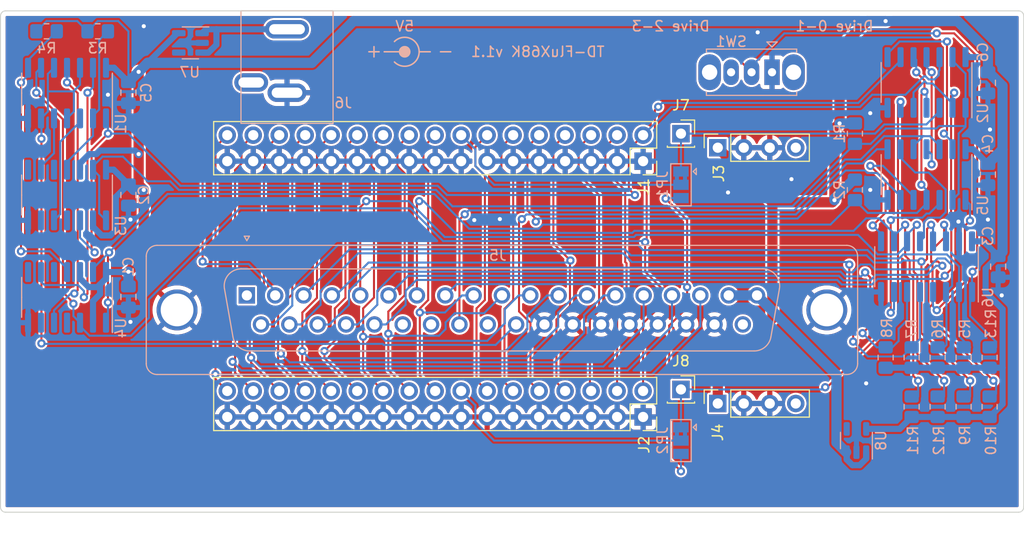
<source format=kicad_pcb>
(kicad_pcb (version 20221018) (generator pcbnew)
  (layers (0 "F.Cu" signal) (31 "B.Cu" signal) (34 "B.Paste" user) (35 "F.Paste" user) (36 "B.SilkS" user "B.Silkscreen") (37 "F.SilkS" user "F.Silkscreen") (38 "B.Mask" user) (39 "F.Mask" user) (44 "Edge.Cuts" user))
  (net 0 "")
  (net 1 "+5V")
  (net 2 "GND")
  (net 3 "/~{TOP_DCD}")
  (net 4 "/~{INUSE}")
  (net 5 "/~{DS3}")
  (net 6 "/~{INDEX}")
  (net 7 "/~{TOP_DS0}")
  (net 8 "/~{DS1}")
  (net 9 "/~{DS2}")
  (net 10 "/~{TOP_MTRON}")
  (net 11 "/~{DIR}")
  (net 12 "/~{STEP}")
  (net 13 "/~{WDATA}")
  (net 14 "/~{WGATE}")
  (net 15 "/~{TRK00}")
  (net 16 "/~{WPT}")
  (net 17 "/~{RDATA}")
  (net 18 "/~{SIDE1}")
  (net 19 "/~{RDY}")
  (net 20 "/~{BOTTOM_DCD}")
  (net 21 "/~{BOTTOM_DS0}")
  (net 22 "/~{BOTTOM_MTRON}")
  (net 25 "/~{DISKTYPE}")
  (net 26 "/~{SWAP}")
  (net 27 "/~{X68K_DS3}")
  (net 28 "/~{X68K_DS0}")
  (net 29 "/~{X68K_DS1}")
  (net 30 "/~{X68K_DS2}")
  (net 31 "/~{MTRON}")
  (net 32 "/VIN_DB37")
  (net 33 "/VIN_BARREL")
  (net 34 "/~{OPTION0}")
  (net 35 "/~{OPTION1}")
  (net 36 "/~{OPTION2}")
  (net 37 "/~{OPTION3}")
  (net 38 "/~{EJECT}")
  (net 39 "/~{EJECTMASK}")
  (net 40 "/~{LED}")
  (net 41 "/~{DISKIN}")
  (net 42 "/~{ERRDISK}")
  (net 43 "/~{FDDINT}")
  (net 45 "/~{TOP_EJECT}")
  (net 46 "/~{BOTTOM_EJECT}")
  (net 47 "/~{TOP_OPTION}")
  (net 48 "/~{BOTTOM_OPTION}")
  (net 49 "Net-(U3B-C)")
  (net 50 "Net-(U4B-C)")
  (net 52 "Net-(U3A-Q)")
  (net 53 "Net-(U3B-Q)")
  (net 54 "Net-(U2-Pad8)")
  (net 55 "Net-(U2-Pad11)")
  (net 56 "Net-(U4A-Q)")
  (net 57 "Net-(U4B-Q)")
  (net 66 "Net-(U6-Za)")
  (net 67 "Net-(U6-Zb)")
  (net 68 "Net-(U6-Zc)")
  (net 69 "Net-(U6-Zd)")
  (footprint "Connector_PinSocket_2.54mm:PinSocket_1x01_P2.54mm_Vertical" (layer "F.Cu") (at 147 58)
    (fp_text reference "J8")
    (fp_text value "Conn_01x01")
  )
  (footprint "Connector_PinSocket_2.54mm:PinSocket_1x04_P2.54mm_Vertical" (layer "F.Cu") (at 150.6 59.375 90)
    (fp_text reference "J4")
    (fp_text value "Conn_01x04")
  )
  (footprint "Connector_PinSocket_2.54mm:PinSocket_2x17_P2.54mm_Vertical" (layer "F.Cu") (at 143.3 35.69 -90)
    (fp_text reference "J1")
    (fp_text value "Conn_02x17_Odd_Even")
  )
  (footprint "Connector_PinSocket_2.54mm:PinSocket_1x01_P2.54mm_Vertical" (layer "F.Cu") (at 147 33)
    (fp_text reference "J7")
    (fp_text value "Conn_01x01")
  )
  (footprint "Connector_PinSocket_2.54mm:PinSocket_2x17_P2.54mm_Vertical" (layer "F.Cu") (at 143.3 60.69 -90)
    (fp_text reference "J2")
    (fp_text value "Conn_02x17_Odd_Even")
  )
  (footprint "Connector_PinSocket_2.54mm:PinSocket_1x04_P2.54mm_Vertical" (layer "F.Cu") (at 150.6 34.375 90)
    (fp_text reference "J3")
    (fp_text value "Conn_01x04")
  )
  (footprint "flux68k:PJ-044AH" (layer "B.Cu") (at 113 32 180)
    (fp_text reference "J6")
    (fp_text value "Barrel_Jack")
  )
  (footprint "Resistor_SMD:R_0805_2012Metric_Pad1.20x1.40mm_HandSolder" (layer "B.Cu") (at 169.545 59.69 90)
    (fp_text reference "R11")
    (fp_text value "10k")
  )
  (footprint "Resistor_SMD:R_0805_2012Metric_Pad1.20x1.40mm_HandSolder" (layer "B.Cu") (at 177.165 59.69 90)
    (fp_text reference "R10")
    (fp_text value "10k")
  )
  (footprint "Button_Switch_THT:SW_Slide_1P2T_CK_OS102011MS2Q" (layer "B.Cu") (at 155.9 27 180)
    (fp_text reference "SW1")
    (fp_text value "SW_SPDT")
  )
  (footprint "Capacitor_SMD:C_0805_2012Metric_Pad1.18x1.45mm_HandSolder" (layer "B.Cu") (at 177 28.0375 -90)
    (fp_text reference "C6")
    (fp_text value "C")
  )
  (footprint "Capacitor_SMD:C_0805_2012Metric_Pad1.18x1.45mm_HandSolder" (layer "B.Cu") (at 177 37 -90)
    (fp_text reference "C4")
    (fp_text value "C")
  )
  (footprint "Resistor_SMD:R_0805_2012Metric_Pad1.20x1.40mm_HandSolder" (layer "B.Cu") (at 169.545 54.88 90)
    (fp_text reference "R7")
    (fp_text value "10k")
  )
  (footprint "Resistor_SMD:R_0805_2012Metric_Pad1.20x1.40mm_HandSolder" (layer "B.Cu") (at 174.625 59.69 90)
    (fp_text reference "R9")
    (fp_text value "10k")
  )
  (footprint "Jumper:SolderJumper-3_P1.3mm_Bridged2Bar12_Pad1.0x1.5mm" (layer "B.Cu") (at 147 63 -90)
    (fp_text reference "JP2")
    (fp_text value "SolderJumper_3_Bridged12")
  )
  (footprint "Jumper:SolderJumper-3_P1.3mm_Bridged2Bar12_Pad1.0x1.5mm" (layer "B.Cu") (at 147 38 -90)
    (fp_text reference "JP1")
    (fp_text value "SolderJumper_3_Bridged12")
  )
  (footprint "Package_SO:SOIC-16_3.9x9.9mm_P1.27mm" (layer "B.Cu") (at 171 46 90)
    (fp_text reference "U6")
    (fp_text value "74HCT157")
  )
  (footprint "Resistor_SMD:R_0805_2012Metric_Pad1.20x1.40mm_HandSolder" (layer "B.Cu") (at 172.085 54.88 90)
    (fp_text reference "R6")
    (fp_text value "10k")
  )
  (footprint "Capacitor_SMD:C_0805_2012Metric_Pad1.18x1.45mm_HandSolder" (layer "B.Cu") (at 93 29 -90)
    (fp_text reference "C5")
    (fp_text value "C")
  )
  (footprint "Package_SO:SOIC-14_3.9x8.7mm_P1.27mm" (layer "B.Cu") (at 87 29.0375 90)
    (fp_text reference "U1")
    (fp_text value "74LS06")
  )
  (footprint "Resistor_SMD:R_0805_2012Metric_Pad1.20x1.40mm_HandSolder" (layer "B.Cu") (at 174.625 54.88 90)
    (fp_text reference "R5")
    (fp_text value "10k")
  )
  (footprint "Resistor_SMD:R_0805_2012Metric_Pad1.20x1.40mm_HandSolder" (layer "B.Cu") (at 164 38.5 -90)
    (fp_text reference "R2")
    (fp_text value "10k")
  )
  (footprint "Package_SO:SOIC-14_3.9x8.7mm_P1.27mm" (layer "B.Cu") (at 87 49 90)
    (fp_text reference "U4")
    (fp_text value "74HCT74")
  )
  (footprint "Connector_Dsub:DSUB-37_Female_Vertical_P2.77x2.84mm_MountingHoles" (layer "B.Cu") (at 104.575 48.809669 180)
    (fp_text reference "J5")
    (fp_text value "DB37_Female_MountingHoles")
  )
  (footprint "Resistor_SMD:R_0805_2012Metric_Pad1.20x1.40mm_HandSolder" (layer "B.Cu") (at 85 23)
    (fp_text reference "R4")
    (fp_text value "10k")
  )
  (footprint "Resistor_SMD:R_0805_2012Metric_Pad1.20x1.40mm_HandSolder" (layer "B.Cu") (at 177.165 54.88 90)
    (fp_text reference "R13")
    (fp_text value "10k")
  )
  (footprint "Resistor_SMD:R_0805_2012Metric_Pad1.20x1.40mm_HandSolder" (layer "B.Cu") (at 90 23)
    (fp_text reference "R3")
    (fp_text value "10k")
  )
  (footprint "Package_SO:SOIC-14_3.9x8.7mm_P1.27mm" (layer "B.Cu") (at 171 28 90)
    (fp_text reference "U2")
    (fp_text value "74HCT32")
  )
  (footprint "Resistor_SMD:R_0805_2012Metric_Pad1.20x1.40mm_HandSolder" (layer "B.Cu") (at 167.005 54.88 90)
    (fp_text reference "R8")
    (fp_text value "10k")
  )
  (footprint "Resistor_SMD:R_0805_2012Metric_Pad1.20x1.40mm_HandSolder" (layer "B.Cu") (at 164 33 -90)
    (fp_text reference "R1")
    (fp_text value "10k")
  )
  (footprint "Resistor_SMD:R_0805_2012Metric_Pad1.20x1.40mm_HandSolder" (layer "B.Cu") (at 172.085 59.69 90)
    (fp_text reference "R12")
    (fp_text value "10k")
  )
  (footprint "Package_SO:SOIC-14_3.9x8.7mm_P1.27mm" (layer "B.Cu") (at 87 39 90)
    (fp_text reference "U3")
    (fp_text value "74HCT74")
  )
  (footprint "Package_TO_SOT_SMD:SOT-23-5" (layer "B.Cu") (at 99.06 24.13 180)
    (fp_text reference "U7")
    (fp_text value "MAX40200AUK")
  )
  (footprint "Package_TO_SOT_SMD:SOT-23-5" (layer "B.Cu") (at 164.15 62.9925 90)
    (fp_text reference "U8")
    (fp_text value "MAX40200AUK")
  )
  (footprint "Capacitor_SMD:C_0805_2012Metric_Pad1.18x1.45mm_HandSolder" (layer "B.Cu") (at 93 48.9625 -90)
    (fp_text reference "C1")
    (fp_text value "C")
  )
  (footprint "Capacitor_SMD:C_0805_2012Metric_Pad1.18x1.45mm_HandSolder" (layer "B.Cu") (at 178 46 -90)
    (fp_text reference "C3")
    (fp_text value "C")
  )
  (footprint "Capacitor_SMD:C_0805_2012Metric_Pad1.18x1.45mm_HandSolder" (layer "B.Cu") (at 93 39 -90)
    (fp_text reference "C2")
    (fp_text value "C")
  )
  (footprint "Package_SO:SOIC-14_3.9x8.7mm_P1.27mm" (layer "B.Cu") (at 171 37 90)
    (fp_text reference "U5")
    (fp_text value "74LS07")
  )
  (gr_line (start 116.5 25) (end 117.5 25) (stroke (width 0.15)) (layer "B.SilkS"))
  (gr_line (start 123.5 25) (end 124.5 25) (stroke (width 0.15)) (layer "B.SilkS"))
  (gr_line (start 121.414214 25) (end 122.5 25) (stroke (width 0.15)) (layer "B.SilkS"))
  (gr_circle (center 120 25) (end 120.5 25) (stroke (width 0.15)) (fill solid) (layer "B.SilkS"))
  (gr_line (start 117 24.5) (end 117 25.5) (stroke (width 0.15)) (layer "B.SilkS"))
  (gr_line (start 120 25) (end 118 25) (stroke (width 0.15)) (layer "B.SilkS"))
  (gr_arc (start 119 24) (mid 121.414214 25) (end 119 26) (stroke (width 0.15)) (layer "B.SilkS"))
  (gr_arc (start 180 21) (mid 180.353553 21.146447) (end 180.5 21.5) (stroke (width 0.1)) (layer "Edge.Cuts"))
  (gr_line (start 180.5 21.5) (end 180.5 69.5) (stroke (width 0.1)) (layer "Edge.Cuts"))
  (gr_line (start 81 21) (end 180 21) (stroke (width 0.1)) (layer "Edge.Cuts"))
  (gr_arc (start 81 70) (mid 80.646447 69.853553) (end 80.5 69.5) (stroke (width 0.1)) (layer "Edge.Cuts"))
  (gr_line (start 180 70) (end 81 70) (stroke (width 0.1)) (layer "Edge.Cuts"))
  (gr_line (start 80.5 69.5) (end 80.5 21.5) (stroke (width 0.1)) (layer "Edge.Cuts"))
  (gr_arc (start 80.5 21.5) (mid 80.646447 21.146447) (end 81 21) (stroke (width 0.1)) (layer "Edge.Cuts"))
  (gr_arc (start 180.5 69.5) (mid 180.353553 69.853553) (end 180 70) (stroke (width 0.1)) (layer "Edge.Cuts"))
  (gr_text "TD-FluX68K v1.1" (at 133 25) (layer "B.SilkS") (effects (font (size 1 1)) (justify mirror)))
  (gr_text "Drive 2-3" (at 146 22.5) (layer "B.SilkS") (effects (font (size 1 1)) (justify mirror)))
  (gr_text "5V" (at 120 22.5) (layer "B.SilkS") (effects (font (size 1 1)) (justify mirror)))
  (gr_text "Drive 0-1" (at 162 22.5) (layer "B.SilkS") (effects (font (size 1 1)) (justify mirror)))
  (segment (start 94 38) (end 94.5 38.5) (width 1) (layer "F.Cu") (net 1))
  (segment (start 162 32.5) (end 162.5 32) (width 1) (layer "F.Cu") (net 1))
  (segment (start 155.935 51.065) (end 155.935 39.71) (width 1) (layer "F.Cu") (net 1))
  (segment (start 162.5 32) (end 162.5 24.7) (width 1) (layer "F.Cu") (net 1))
  (segment (start 155.935 39.71) (end 150.6 34.375) (width 1) (layer "F.Cu") (net 1))
  (segment (start 150.6 56.4) (end 155.935 51.065) (width 1) (layer "F.Cu") (net 1))
  (segment (start 150.6 59.375) (end 150.6 56.4) (width 1) (layer "F.Cu") (net 1))
  (segment (start 94 26.9625) (end 94 38) (width 1) (layer "F.Cu") (net 1))
  (segment (start 162 39.5) (end 162 32.5) (width 1) (layer "F.Cu") (net 1))
  (segment (start 155.935 39.71) (end 161.79 39.71) (width 1) (layer "F.Cu") (net 1))
  (segment (start 94.5 45) (end 93 46.5) (width 1) (layer "F.Cu") (net 1))
  (segment (start 161.79 39.71) (end 162 39.5) (width 1) (layer "F.Cu") (net 1))
  (segment (start 162.5 24.7) (end 165.199994 22.000006) (width 1) (layer "F.Cu") (net 1))
  (segment (start 94.5 38.5) (end 94.5 45) (width 1) (layer "F.Cu") (net 1))
  (segment (start 165.199994 22.000006) (end 167 22.000006) (width 1) (layer "F.Cu") (net 1))
  (via (at 94.5 38.5) (size 0.8) (drill 0.4) (layers "F.Cu" "B.Cu") (net 1))
  (via (at 94 35) (size 0.8) (drill 0.4) (layers "F.Cu" "B.Cu") (net 1))
  (via (at 167 22.000006) (size 0.8) (drill 0.4) (layers "F.Cu" "B.Cu") (net 1))
  (via (at 94 26.9625) (size 0.8) (drill 0.4) (layers "F.Cu" "B.Cu") (net 1))
  (via (at 162.5 32) (size 0.8) (drill 0.4) (layers "F.Cu" "B.Cu") (net 1))
  (via (at 162 39.5) (size 0.8) (drill 0.4) (layers "F.Cu" "B.Cu") (net 1))
  (via (at 93 46.5) (size 0.8) (drill 0.4) (layers "F.Cu" "B.Cu") (net 1))
  (segment (start 90.390761 42.95) (end 91.229239 42.95) (width 0.6) (layer "B.Cu") (net 1))
  (segment (start 169.545 60.69) (end 177.165 60.69) (width 0.6) (layer "B.Cu") (net 1))
  (segment (start 163.856497 37.5) (end 164 37.5) (width 1) (layer "B.Cu") (net 1))
  (segment (start 177 25.5) (end 177 27) (width 1) (layer "B.Cu") (net 1))
  (segment (start 167 22.000006) (end 174.027068 22.000006) (width 1) (layer "B.Cu") (net 1))
  (segment (start 178.425 34.5375) (end 177 35.9625) (width 1) (layer "B.Cu") (net 1))
  (segment (start 176.775 46.1875) (end 178 44.9625) (width 0.6) (layer "B.Cu") (net 1))
  (segment (start 88.27 46.525) (end 88.27 47.149239) (width 0.6) (layer "B.Cu") (net 1))
  (segment (start 178.425 28.343997) (end 178.425 34.5375) (width 1) (layer "B.Cu") (net 1))
  (segment (start 162.5 32) (end 164 32) (width 1) (layer "B.Cu") (net 1))
  (segment (start 114.999994 22.000006) (end 110.92 26.08) (width 1) (layer "B.Cu") (net 1))
  (segment (start 89.959239 48) (end 90.229619 47.729619) (width 0.6) (layer "B.Cu") (net 1))
  (segment (start 174.81 25.525) (end 176.975 25.525) (width 0.6) (layer "B.Cu") (net 1))
  (segment (start 94 26.9625) (end 93 27.9625) (width 1) (layer "B.Cu") (net 1))
  (segment (start 90.225283 34.650499) (end 93.6505 34.6505) (width 0.6) (layer "B.Cu") (net 1))
  (segment (start 89.54 49.371769) (end 90.229619 48.68215) (width 0.6) (layer "B.Cu") (net 1))
  (segment (start 89.120761 48) (end 89.959239 48) (width 0.6) (layer "B.Cu") (net 1))
  (segment (start 162 39.5) (end 162 39.356497) (width 1) (layer "B.Cu") (net 1))
  (segment (start 88.27 35.900761) (end 89.170761 35) (width 0.6) (layer "B.Cu") (net 1))
  (segment (start 97.9225 23.18) (end 97.7825 23.18) (width 0.6) (layer "B.Cu") (net 1))
  (segment (start 177.165 60.69) (end 178.435 59.42) (width 0.6) (layer "B.Cu") (net 1))
  (segment (start 93.6505 34.6505) (end 94 35) (width 0.6) (layer "B.Cu") (net 1))
  (segment (start 178.435 55.88) (end 167.005 55.88) (width 0.6) (layer "B.Cu") (net 1))
  (segment (start 91.5625 36.525) (end 93 37.9625) (width 0.6) (layer "B.Cu") (net 1))
  (segment (start 97.7825 23.18) (end 94.73125 26.23125) (width 0.6) (layer "B.Cu") (net 1))
  (segment (start 94.5 38.5) (end 93.5375 38.5) (width 1) (layer "B.Cu") (net 1))
  (segment (start 93.5375 38.5) (end 93 37.9625) (width 1) (layer "B.Cu") (net 1))
  (segment (start 90 22) (end 92 22) (width 0.2) (layer "B.Cu") (net 1))
  (segment (start 84 23) (end 85 22) (width 0.2) (layer "B.Cu") (net 1))
  (segment (start 91.7755 39.187) (end 93 37.9625) (width 0.6) (layer "B.Cu") (net 1))
  (segment (start 94.8825 26.08) (end 94.73125 26.23125) (width 1) (layer "B.Cu") (net 1))
  (segment (start 90.81 47.149239) (end 90.81 46.525) (width 0.6) (layer "B.Cu") (net 1))
  (segment (start 178.425 34.5375) (end 178.425 44.5375) (width 1) (layer "B.Cu") (net 1))
  (segment (start 88 22) (end 89 23) (width 0.2) (layer "B.Cu") (net 1))
  (segment (start 90.81 26.5625) (end 91.6 26.5625) (width 0.6) (layer "B.Cu") (net 1))
  (segment (start 91.229239 42.95) (end 91.7755 42.403739) (width 0.6) (layer "B.Cu") (net 1))
  (segment (start 167 22.000006) (end 144.800006 22.000006) (width 1) (layer "B.Cu") (net 1))
  (segment (start 94.73125 26.23125) (end 94 26.9625) (width 1) (layer "B.Cu") (net 1))
  (segment (start 176.5625 43.525) (end 178 44.9625) (width 0.6) (layer "B.Cu") (net 1))
  (segment (start 165.1 61.855) (end 168.38 61.855) (width 0.6) (layer "B.Cu") (net 1))
  (segment (start 176.775 48.505) (end 176.775 46.1875) (width 0.6) (layer "B.Cu") (net 1))
  (segment (start 93 46.5) (end 93 47.925) (width 1) (layer "B.Cu") (net 1))
  (segment (start 91.7755 42.403739) (end 91.7755 39.187) (width 0.6) (layer "B.Cu") (net 1))
  (segment (start 90.229619 47.729619) (end 90.81 47.149239) (width 0.6) (layer "B.Cu") (net 1))
  (segment (start 90.81 36.525) (end 91.5625 36.525) (width 0.6) (layer "B.Cu") (net 1))
  (segment (start 174.81 34.525) (end 175.5625 34.525) (width 0.6) (layer "B.Cu") (net 1))
  (segment (start 162 39.356497) (end 163.856497 37.5) (width 1) (layer "B.Cu") (net 1))
  (segment (start 89.875782 35) (end 90.225283 34.650499) (width 0.6) (layer "B.Cu") (net 1))
  (segment (start 88.27 47.149239) (end 89.120761 48) (width 0.6) (layer "B.Cu") (net 1))
  (segment (start 89.54 51.475) (end 89.54 49.371769) (width 0.6) (layer "B.Cu") (net 1))
  (segment (start 92 22) (end 93 23) (width 0.2) (layer "B.Cu") (net 1))
  (segment (start 168.38 61.855) (end 169.545 60.69) (width 0.6) (layer "B.Cu") (net 1))
  (segment (start 178.425 44.5375) (end 178 44.9625) (width 1) (layer "B.Cu") (net 1))
  (segment (start 91.6 26.5625) (end 93 27.9625) (width 0.6) (layer "B.Cu") (net 1))
  (segment (start 177 27) (end 177.081003 27) (width 1) (layer "B.Cu") (net 1))
  (segment (start 89.54 42.099239) (end 90.390761 42.95) (width 0.6) (layer "B.Cu") (net 1))
  (segment (start 93 23) (end 93 27.9625) (width 0.2) (layer "B.Cu") (net 1))
  (segment (start 174.027068 22.000006) (end 177 24.972938) (width 1) (layer "B.Cu") (net 1))
  (segment (start 89.54 41.475) (end 89.54 42.099239) (width 0.6) (layer "B.Cu") (net 1))
  (segment (start 89.170761 35) (end 89.875782 35) (width 0.6) (layer "B.Cu") (net 1))
  (segment (start 175.5625 34.525) (end 177 35.9625) (width 0.6) (layer "B.Cu") (net 1))
  (segment (start 92.975 46.525) (end 93 46.5) (width 0.6) (layer "B.Cu") (net 1))
  (segment (start 175.445 43.525) (end 176.5625 43.525) (width 0.6) (layer "B.Cu") (net 1))
  (segment (start 176.975 25.525) (end 177 25.5) (width 0.6) (layer "B.Cu") (net 1))
  (segment (start 90.81 46.525) (end 92.975 46.525) (width 0.6) (layer "B.Cu") (net 1))
  (segment (start 110.92 26.08) (end 94.8825 26.08) (width 1) (layer "B.Cu") (net 1))
  (segment (start 89 23) (end 90 22) (width 0.2) (layer "B.Cu") (net 1))
  (segment (start 178.435 50.165) (end 176.775 48.505) (width 0.6) (layer "B.Cu") (net 1))
  (segment (start 90.229619 48.68215) (end 90.229619 47.729619) (width 0.6) (layer "B.Cu") (net 1))
  (segment (start 177.081003 27) (end 178.425 28.343997) (width 1) (layer "B.Cu") (net 1))
  (segment (start 177 24.972938) (end 177 25.5) (width 1) (layer "B.Cu") (net 1))
  (segment (start 178.435 55.88) (end 178.435 50.165) (width 0.6) (layer "B.Cu") (net 1))
  (segment (start 85 22) (end 88 22) (width 0.2) (layer "B.Cu") (net 1))
  (segment (start 88.27 36.525) (end 88.27 35.900761) (width 0.6) (layer "B.Cu") (net 1))
  (segment (start 178.435 59.42) (end 178.435 55.88) (width 0.6) (layer "B.Cu") (net 1))
  (segment (start 144.800006 22.000006) (end 114.999994 22.000006) (width 1) (layer "B.Cu") (net 1))
  (via (at 165.5 31) (size 0.8) (drill 0.4) (layers "F.Cu" "B.Cu") (net 2))
  (via (at 129.3 41.35) (size 0.8) (drill 0.4) (layers "F.Cu" "B.Cu") (net 2))
  (via (at 177 41.4) (size 0.8) (drill 0.4) (layers "F.Cu" "B.Cu") (net 2))
  (via (at 151.6 38.75) (size 0.8) (drill 0.4) (layers "F.Cu" "B.Cu") (net 2))
  (via (at 174.11869 41.599428) (size 0.8) (drill 0.4) (layers "F.Cu" "B.Cu") (net 2))
  (via (at 91 29.2) (size 0.8) (drill 0.4) (layers "F.Cu" "B.Cu") (net 2))
  (via (at 165.1 57.404) (size 0.8) (drill 0.4) (layers "F.Cu" "B.Cu") (net 2))
  (via (at 154.5 23.100006) (size 0.8) (drill 0.4) (layers "F.Cu" "B.Cu") (net 2))
  (via (at 178.34799 48.805904) (size 0.8) (drill 0.4) (layers "F.Cu" "B.Cu") (net 2))
  (via (at 126.8 41.45) (size 0.8) (drill 0.4) (layers "F.Cu" "B.Cu") (net 2))
  (via (at 93.2 41.4) (size 0.8) (drill 0.4) (layers "F.Cu" "B.Cu") (net 2))
  (via (at 177.2 32.6) (size 0.8) (drill 0.4) (layers "F.Cu" "B.Cu") (net 2))
  (via (at 93.2 51.4) (size 0.8) (drill 0.4) (layers "F.Cu" "B.Cu") (net 2))
  (via (at 94.5 22.5) (size 0.8) (drill 0.4) (layers "F.Cu" "B.Cu") (net 2))
  (via (at 165.5 38.5) (size 0.8) (drill 0.4) (layers "F.Cu" "B.Cu") (net 2))
  (via (at 157.8 37.45) (size 0.8) (drill 0.4) (layers "F.Cu" "B.Cu") (net 2))
  (segment (start 91 33) (end 89.399501 34.600499) (width 0.2) (layer "F.Cu") (net 3))
  (segment (start 89.399501 44.303688) (end 89.6995 44.603687) (width 0.2) (layer "F.Cu") (net 3))
  (segment (start 141.91 34.54) (end 141.91 38.41) (width 0.2) (layer "F.Cu") (net 3))
  (segment (start 143.3 33.15) (end 141.91 34.54) (width 0.2) (layer "F.Cu") (net 3))
  (segment (start 89.399501 34.600499) (end 89.399501 44.303688) (width 0.2) (layer "F.Cu") (net 3))
  (segment (start 141.91 38.41) (end 142.5 39) (width 0.2) (layer "F.Cu") (net 3))
  (via (at 89.6995 44.603687) (size 0.8) (drill 0.4) (layers "F.Cu" "B.Cu") (net 3))
  (via (at 142.5 39) (size 0.8) (drill 0.4) (layers "F.Cu" "B.Cu") (net 3))
  (via (at 91 33) (size 0.8) (drill 0.4) (layers "F.Cu" "B.Cu") (net 3))
  (segment (start 123.22996 38.1) (end 98.089243 38.1) (width 0.2) (layer "B.Cu") (net 3))
  (segment (start 98.089243 38.1) (end 92.989243 33) (width 0.2) (layer "B.Cu") (net 3))
  (segment (start 164.491875 30.399501) (end 146.050499 30.399501) (width 0.2) (layer "B.Cu") (net 3))
  (segment (start 170.910258 27.399501) (end 170.736895 27.399501) (width 0.2) (layer "B.Cu") (net 3))
  (segment (start 142.5 39) (end 124.12996 39) (width 0.2) (layer "B.Cu") (net 3))
  (segment (start 165.691376 29.2) (end 164.491875 30.399501) (width 0.2) (layer "B.Cu") (net 3))
  (segment (start 172.27 25.525) (end 172.27 26.79498) (width 0.2) (layer "B.Cu") (net 3))
  (segment (start 172.27 26.79498) (end 172.1995 26.86548) (width 0.2) (layer "B.Cu") (net 3))
  (segment (start 172.1995 27.289743) (end 171.789743 27.6995) (width 0.2) (layer "B.Cu") (net 3))
  (segment (start 171.210257 27.6995) (end 170.910258 27.399501) (width 0.2) (layer "B.Cu") (net 3))
  (segment (start 168.936396 29.2) (end 165.691376 29.2) (width 0.2) (layer "B.Cu") (net 3))
  (segment (start 91 31.7025) (end 90.81 31.5125) (width 0.2) (layer "B.Cu") (net 3))
  (segment (start 172.1995 26.86548) (end 172.1995 27.289743) (width 0.2) (layer "B.Cu") (net 3))
  (segment (start 88.27 41.475) (end 88.27 43.174187) (width 0.2) (layer "B.Cu") (net 3))
  (segment (start 146.050499 30.399501) (end 143.3 33.15) (width 0.2) (layer "B.Cu") (net 3))
  (segment (start 171.789743 27.6995) (end 171.210257 27.6995) (width 0.2) (layer "B.Cu") (net 3))
  (segment (start 92.989243 33) (end 91 33) (width 0.2) (layer "B.Cu") (net 3))
  (segment (start 91 33) (end 91 31.7025) (width 0.2) (layer "B.Cu") (net 3))
  (segment (start 170.736895 27.399501) (end 168.936396 29.2) (width 0.2) (layer "B.Cu") (net 3))
  (segment (start 124.12996 39) (end 123.22996 38.1) (width 0.2) (layer "B.Cu") (net 3))
  (segment (start 88.27 43.174187) (end 89.6995 44.603687) (width 0.2) (layer "B.Cu") (net 3))
  (segment (start 140.76 58.15) (end 140.76 50.24) (width 0.2) (layer "F.Cu") (net 4))
  (segment (start 139.61 34.3) (end 140.76 33.15) (width 0.2) (layer "F.Cu") (net 4))
  (segment (start 141.685 49.315) (end 141.685 45.674243) (width 0.2) (layer "F.Cu") (net 4))
  (segment (start 141.510499 38.510499) (end 139.61 36.61) (width 0.2) (layer "F.Cu") (net 4))
  (segment (start 141.685 45.674243) (end 141.5505 45.539743) (width 0.2) (layer "F.Cu") (net 4))
  (segment (start 141.510499 38.575479) (end 141.510499 38.510499) (width 0.2) (layer "F.Cu") (net 4))
  (segment (start 139.61 36.61) (end 139.61 34.3) (width 0.2) (layer "F.Cu") (net 4))
  (segment (start 141.5505 45.539743) (end 141.5505 38.61548) (width 0.2) (layer "F.Cu") (net 4))
  (segment (start 141.5505 38.61548) (end 141.510499 38.575479) (width 0.2) (layer "F.Cu") (net 4))
  (segment (start 140.76 50.24) (end 141.685 49.315) (width 0.2) (layer "F.Cu") (net 4))
  (segment (start 139 39) (end 137 37) (width 0.2) (layer "F.Cu") (net 5))
  (segment (start 137 34.37) (end 138.22 33.15) (width 0.2) (layer "F.Cu") (net 5))
  (segment (start 139 50.294034) (end 139 39) (width 0.2) (layer "F.Cu") (net 5))
  (segment (start 138.1 51.194034) (end 139 50.294034) (width 0.2) (layer "F.Cu") (net 5))
  (segment (start 137 37) (end 137 34.37) (width 0.2) (layer "F.Cu") (net 5))
  (segment (start 138.1 58.03) (end 138.1 51.194034) (width 0.2) (layer "F.Cu") (net 5))
  (segment (start 138.22 58.15) (end 138.1 58.03) (width 0.2) (layer "F.Cu") (net 5))
  (segment (start 134.53 34.3) (end 134.53 43.731387) (width 0.2) (layer "F.Cu") (net 6))
  (segment (start 135.68 33.15) (end 134.53 34.3) (width 0.2) (layer "F.Cu") (net 6))
  (segment (start 134.53 43.731387) (end 136.197614 45.399001) (width 0.2) (layer "F.Cu") (net 6))
  (segment (start 134.83 57.3) (end 134.83 51.17) (width 0.2) (layer "F.Cu") (net 6))
  (segment (start 136.153423 45.443192) (end 136.197614 45.399001) (width 0.2) (layer "F.Cu") (net 6))
  (segment (start 135.68 58.15) (end 134.83 57.3) (width 0.2) (layer "F.Cu") (net 6))
  (segment (start 136.153423 49.846577) (end 136.153423 45.443192) (width 0.2) (layer "F.Cu") (net 6))
  (segment (start 134.83 51.17) (end 136.153423 49.846577) (width 0.2) (layer "F.Cu") (net 6))
  (via (at 136.197614 45.399001) (size 0.8) (drill 0.4) (layers "F.Cu" "B.Cu") (net 6))
  (segment (start 135.996116 45.600499) (end 136.197614 45.399001) (width 0.2) (layer "B.Cu") (net 6))
  (segment (start 116.464481 45.600499) (end 135.996116 45.600499) (width 0.2) (layer "B.Cu") (net 6))
  (segment (start 113.255311 48.809669) (end 116.464481 45.600499) (width 0.2) (layer "B.Cu") (net 6))
  (segment (start 112.885 48.809669) (end 113.255311 48.809669) (width 0.2) (layer "B.Cu") (net 6))
  (segment (start 132.813721 41.324478) (end 132.813721 41.598502) (width 0.2) (layer "F.Cu") (net 7))
  (segment (start 131.99 34.3) (end 131.99 40.500757) (width 0.2) (layer "F.Cu") (net 7))
  (segment (start 131.99 40.500757) (end 132.813721 41.324478) (width 0.2) (layer "F.Cu") (net 7))
  (segment (start 133.14 33.15) (end 131.99 34.3) (width 0.2) (layer "F.Cu") (net 7))
  (via (at 132.813721 41.598502) (size 0.8) (drill 0.4) (layers "F.Cu" "B.Cu") (net 7))
  (segment (start 147.175698 41.299003) (end 145.602924 41.299003) (width 0.2) (layer "B.Cu") (net 7))
  (segment (start 145.602424 41.298503) (end 133.11372 41.298503) (width 0.2) (layer "B.Cu") (net 7))
  (segment (start 147.176198 41.298503) (end 147.175698 41.299003) (width 0.2) (layer "B.Cu") (net 7))
  (segment (start 164.973981 36.6) (end 163.09494 36.6) (width 0.2) (layer "B.Cu") (net 7))
  (segment (start 168.46 39.133604) (end 166.173198 36.846802) (width 0.2) (layer "B.Cu") (net 7))
  (segment (start 166.173198 36.846802) (end 165.220783 36.846802) (width 0.2) (layer "B.Cu") (net 7))
  (segment (start 163.09494 36.6) (end 158.396437 41.298503) (width 0.2) (layer "B.Cu") (net 7))
  (segment (start 145.602924 41.299003) (end 145.602424 41.298503) (width 0.2) (layer "B.Cu") (net 7))
  (segment (start 168.46 39.475) (end 168.46 39.133604) (width 0.2) (layer "B.Cu") (net 7))
  (segment (start 158.396437 41.298503) (end 147.176198 41.298503) (width 0.2) (layer "B.Cu") (net 7))
  (segment (start 133.11372 41.298503) (end 132.813721 41.598502) (width 0.2) (layer "B.Cu") (net 7))
  (segment (start 165.220783 36.846802) (end 164.973981 36.6) (width 0.2) (layer "B.Cu") (net 7))
  (segment (start 130.605 37.563053) (end 129.45 36.408053) (width 0.2) (layer "F.Cu") (net 8))
  (segment (start 129.75 50.120304) (end 130.605 49.265304) (width 0.2) (layer "F.Cu") (net 8))
  (segment (start 129.75 57.3) (end 129.75 50.120304) (width 0.2) (layer "F.Cu") (net 8))
  (segment (start 129.45 36.408053) (end 129.45 34.3) (width 0.2) (layer "F.Cu") (net 8))
  (segment (start 129.45 34.3) (end 130.6 33.15) (width 0.2) (layer "F.Cu") (net 8))
  (segment (start 130.605 49.265304) (end 130.605 37.563053) (width 0.2) (layer "F.Cu") (net 8))
  (segment (start 130.6 58.15) (end 129.75 57.3) (width 0.2) (layer "F.Cu") (net 8))
  (segment (start 127.02 50.080304) (end 127.8395 49.260804) (width 0.2) (layer "F.Cu") (net 9))
  (segment (start 127.02 57.11) (end 127.02 50.080304) (width 0.2) (layer "F.Cu") (net 9))
  (segment (start 126.91 36.166346) (end 126.91 34.3) (width 0.2) (layer "F.Cu") (net 9))
  (segment (start 127.8395 49.260804) (end 127.8395 37.095846) (width 0.2) (layer "F.Cu") (net 9))
  (segment (start 126.91 34.3) (end 128.06 33.15) (width 0.2) (layer "F.Cu") (net 9))
  (segment (start 128.06 58.15) (end 127.02 57.11) (width 0.2) (layer "F.Cu") (net 9))
  (segment (start 127.8395 37.095846) (end 126.91 36.166346) (width 0.2) (layer "F.Cu") (net 9))
  (segment (start 128.743654 38) (end 126.91 36.166346) (width 0.2) (layer "B.Cu") (net 10))
  (segment (start 126.91 34.54) (end 125.52 33.15) (width 0.2) (layer "B.Cu") (net 10))
  (segment (start 126.91 36.166346) (end 126.91 34.54) (width 0.2) (layer "B.Cu") (net 10))
  (segment (start 147 38) (end 128.743654 38) (width 0.2) (layer "B.Cu") (net 10))
  (segment (start 121.83 36.166346) (end 121.83 34.3) (width 0.2) (layer "F.Cu") (net 11))
  (segment (start 121.48 56.65) (end 121.48 50.48) (width 0.2) (layer "F.Cu") (net 11))
  (segment (start 121.48 50.080304) (end 122.295 49.265304) (width 0.2) (layer "F.Cu") (net 11))
  (segment (start 121.48 50.48) (end 121.48 50.080304) (width 0.2) (layer "F.Cu") (net 11))
  (segment (start 122.98 58.15) (end 121.48 56.65) (width 0.2) (layer "F.Cu") (net 11))
  (segment (start 122.295 36.631346) (end 121.83 36.166346) (width 0.2) (layer "F.Cu") (net 11))
  (segment (start 121.83 34.3) (end 122.98 33.15) (width 0.2) (layer "F.Cu") (net 11))
  (segment (start 122.295 49.265304) (end 122.295 36.631346) (width 0.2) (layer "F.Cu") (net 11))
  (via (at 121.48 50.48) (size 0.8) (drill 0.4) (layers "F.Cu" "B.Cu") (net 11))
  (segment (start 123.933299 50.48) (end 121.48 50.48) (width 0.2) (layer "B.Cu") (net 11))
  (segment (start 126.735 48.809669) (end 125.60363 48.809669) (width 0.2) (layer "B.Cu") (net 11))
  (segment (start 125.60363 48.809669) (end 123.933299 50.48) (width 0.2) (layer "B.Cu") (net 11))
  (segment (start 120 36.876346) (end 119.29 36.166346) (width 0.2) (layer "F.Cu") (net 12))
  (segment (start 119.29 34.3) (end 120.44 33.15) (width 0.2) (layer "F.Cu") (net 12))
  (segment (start 119.29 36.166346) (end 119.29 34.3) (width 0.2) (layer "F.Cu") (net 12))
  (segment (start 120 48.790304) (end 120 36.876346) (width 0.2) (layer "F.Cu") (net 12))
  (segment (start 118.4 56.11) (end 118.4 50.390304) (width 0.2) (layer "F.Cu") (net 12))
  (segment (start 118.4 50.390304) (end 120 48.790304) (width 0.2) (layer "F.Cu") (net 12))
  (segment (start 120.44 58.15) (end 118.4 56.11) (width 0.2) (layer "F.Cu") (net 12))
  (via (at 118.4 52.55) (size 0.8) (drill 0.4) (layers "F.Cu" "B.Cu") (net 12))
  (segment (start 124.894365 50.549669) (end 124 51.444034) (width 0.2) (layer "B.Cu") (net 12))
  (segment (start 118.599669 52.749669) (end 118.4 52.55) (width 0.2) (layer "B.Cu") (net 12))
  (segment (start 129.505 48.809669) (end 127.765 50.549669) (width 0.2) (layer "B.Cu") (net 12))
  (segment (start 123.355635 52.749669) (end 118.599669 52.749669) (width 0.2) (layer "B.Cu") (net 12))
  (segment (start 127.765 50.549669) (end 124.894365 50.549669) (width 0.2) (layer "B.Cu") (net 12))
  (segment (start 124 51.444034) (end 124 52.105304) (width 0.2) (layer "B.Cu") (net 12))
  (segment (start 124 52.105304) (end 123.355635 52.749669) (width 0.2) (layer "B.Cu") (net 12))
  (segment (start 117 49.020304) (end 117 36.416346) (width 0.2) (layer "F.Cu") (net 13))
  (segment (start 115.94 56.19) (end 115.94 50.080304) (width 0.2) (layer "F.Cu") (net 13))
  (segment (start 116.75 36.166346) (end 116.75 34.3) (width 0.2) (layer "F.Cu") (net 13))
  (segment (start 115.94 50.080304) (end 117 49.020304) (width 0.2) (layer "F.Cu") (net 13))
  (segment (start 117.9 58.15) (end 115.94 56.19) (width 0.2) (layer "F.Cu") (net 13))
  (segment (start 117 36.416346) (end 116.75 36.166346) (width 0.2) (layer "F.Cu") (net 13))
  (segment (start 116.75 34.3) (end 117.9 33.15) (width 0.2) (layer "F.Cu") (net 13))
  (via (at 115.94 52.849171) (size 0.8) (drill 0.4) (layers "F.Cu" "B.Cu") (net 13))
  (segment (start 129.79 50.163299) (end 129.79 51.535304) (width 0.2) (layer "B.Cu") (net 13))
  (segment (start 131.14363 48.809669) (end 129.79 50.163299) (width 0.2) (layer "B.Cu") (net 13))
  (segment (start 118.110257 53.2495) (end 117.709928 52.849171) (width 0.2) (layer "B.Cu") (net 13))
  (segment (start 117.709928 52.849171) (end 115.94 52.849171) (width 0.2) (layer "B.Cu") (net 13))
  (segment (start 128.075804 53.2495) (end 118.110257 53.2495) (width 0.2) (layer "B.Cu") (net 13))
  (segment (start 132.275 48.809669) (end 131.14363 48.809669) (width 0.2) (layer "B.Cu") (net 13))
  (segment (start 129.79 51.535304) (end 128.075804 53.2495) (width 0.2) (layer "B.Cu") (net 13))
  (segment (start 115.36 58.15) (end 112.156302 54.946302) (width 0.2) (layer "F.Cu") (net 14))
  (segment (start 114.21 34.3) (end 114.21 49.040304) (width 0.2) (layer "F.Cu") (net 14))
  (segment (start 113.17 53.234473) (end 112.156302 54.248171) (width 0.2) (layer "F.Cu") (net 14))
  (segment (start 113.17 50.080304) (end 113.17 53.234473) (width 0.2) (layer "F.Cu") (net 14))
  (segment (start 114.21 49.040304) (end 113.17 50.080304) (width 0.2) (layer "F.Cu") (net 14))
  (segment (start 112.156302 54.946302) (end 112.156302 54.248171) (width 0.2) (layer "F.Cu") (net 14))
  (segment (start 115.36 33.15) (end 114.21 34.3) (width 0.2) (layer "F.Cu") (net 14))
  (via (at 112.156302 54.248171) (size 0.8) (drill 0.4) (layers "F.Cu" "B.Cu") (net 14))
  (segment (start 135.045 48.809669) (end 133.91363 48.809669) (width 0.2) (layer "B.Cu") (net 14))
  (segment (start 133.91363 48.809669) (end 131.99 50.733299) (width 0.2) (layer "B.Cu") (net 14))
  (segment (start 131.99 50.733299) (end 131.99 52.105304) (width 0.2) (layer "B.Cu") (net 14))
  (segment (start 129.847133 54.248171) (end 112.156302 54.248171) (width 0.2) (layer "B.Cu") (net 14))
  (segment (start 131.99 52.105304) (end 129.847133 54.248171) (width 0.2) (layer "B.Cu") (net 14))
  (segment (start 112.82 33.15) (end 111.43 34.54) (width 0.2) (layer "F.Cu") (net 15))
  (segment (start 109.998588 54.235198) (end 109.985615 54.248171) (width 0.2) (layer "F.Cu") (net 15))
  (segment (start 111.43 49.050304) (end 109.998588 50.481716) (width 0.2) (layer "F.Cu") (net 15))
  (segment (start 109.998588 50.481716) (end 109.998588 54.235198) (width 0.2) (layer "F.Cu") (net 15))
  (segment (start 111.43 34.54) (end 111.43 49.050304) (width 0.2) (layer "F.Cu") (net 15))
  (segment (start 112.82 58.15) (end 109.985615 55.315615) (width 0.2) (layer "F.Cu") (net 15))
  (segment (start 109.985615 55.315615) (end 109.985615 54.248171) (width 0.2) (layer "F.Cu") (net 15))
  (via (at 109.985615 54.248171) (size 0.8) (drill 0.4) (layers "F.Cu" "B.Cu") (net 15))
  (segment (start 137.815 48.809669) (end 136.68363 48.809669) (width 0.2) (layer "B.Cu") (net 15))
  (segment (start 135 50.493299) (end 135 51.865304) (width 0.2) (layer "B.Cu") (net 15))
  (segment (start 110.685115 54.947671) (end 109.985615 54.248171) (width 0.2) (layer "B.Cu") (net 15))
  (segment (start 135 51.865304) (end 131.917633 54.947671) (width 0.2) (layer "B.Cu") (net 15))
  (segment (start 136.68363 48.809669) (end 135 50.493299) (width 0.2) (layer "B.Cu") (net 15))
  (segment (start 131.917633 54.947671) (end 110.685115 54.947671) (width 0.2) (layer "B.Cu") (net 15))
  (segment (start 109.015 48.695304) (end 109.015 34.415) (width 0.2) (layer "F.Cu") (net 16))
  (segment (start 107.63 50.080304) (end 109.015 48.695304) (width 0.2) (layer "F.Cu") (net 16))
  (segment (start 109.015 34.415) (end 110.28 33.15) (width 0.2) (layer "F.Cu") (net 16))
  (segment (start 107.63 55.5) (end 107.63 50.080304) (width 0.2) (layer "F.Cu") (net 16))
  (segment (start 110.28 58.15) (end 107.63 55.5) (width 0.2) (layer "F.Cu") (net 16))
  (via (at 107.897034 54.501498) (size 0.8) (drill 0.4) (layers "F.Cu" "B.Cu") (net 16))
  (segment (start 140.585 48.809669) (end 139.45363 48.809669) (width 0.2) (layer "B.Cu") (net 16))
  (segment (start 108.742708 55.347172) (end 107.897034 54.501498) (width 0.2) (layer "B.Cu") (net 16))
  (segment (start 139.45363 48.809669) (end 137.53 50.733299) (width 0.2) (layer "B.Cu") (net 16))
  (segment (start 137.53 52.47) (end 134.652828 55.347172) (width 0.2) (layer "B.Cu") (net 16))
  (segment (start 137.53 50.733299) (end 137.53 52.47) (width 0.2) (layer "B.Cu") (net 16))
  (segment (start 134.652828 55.347172) (end 108.742708 55.347172) (width 0.2) (layer "B.Cu") (net 16))
  (segment (start 106.245 36.271346) (end 106.245 49.339669) (width 0.2) (layer "F.Cu") (net 17))
  (segment (start 104.86 50.724669) (end 104.86 54.769998) (width 0.2) (layer "F.Cu") (net 17))
  (segment (start 106.35 34.54) (end 106.35 36.166346) (width 0.2) (layer "F.Cu") (net 17))
  (segment (start 107.74 58.15) (end 104.991001 55.401001) (width 0.2) (layer "F.Cu") (net 17))
  (segment (start 104.991001 55.401001) (end 104.991001 54.900999) (width 0.2) (layer "F.Cu") (net 17))
  (segment (start 107.74 33.15) (end 106.35 34.54) (width 0.2) (layer "F.Cu") (net 17))
  (segment (start 106.245 49.339669) (end 104.86 50.724669) (width 0.2) (layer "F.Cu") (net 17))
  (segment (start 106.35 36.166346) (end 106.245 36.271346) (width 0.2) (layer "F.Cu") (net 17))
  (segment (start 104.86 54.769998) (end 104.991001 54.900999) (width 0.2) (layer "F.Cu") (net 17))
  (via (at 104.991001 54.900999) (size 0.8) (drill 0.4) (layers "F.Cu" "B.Cu") (net 17))
  (segment (start 139.428631 55.746673) (end 105.836675 55.746673) (width 0.2) (layer "B.Cu") (net 17))
  (segment (start 143.355 48.809669) (end 143.355 51.820304) (width 0.2) (layer "B.Cu") (net 17))
  (segment (start 105.836675 55.746673) (end 104.991001 54.900999) (width 0.2) (layer "B.Cu") (net 17))
  (segment (start 143.355 51.820304) (end 139.428631 55.746673) (width 0.2) (layer "B.Cu") (net 17))
  (segment (start 104.05 35.926346) (end 104.05 34.3) (width 0.2) (layer "F.Cu") (net 18))
  (segment (start 103.425254 36.551092) (end 104.05 35.926346) (width 0.2) (layer "F.Cu") (net 18))
  (segment (start 105.2 58.15) (end 103.425254 56.375254) (width 0.2) (layer "F.Cu") (net 18))
  (segment (start 103.425254 56.375254) (end 103.425254 36.551092) (width 0.2) (layer "F.Cu") (net 18))
  (segment (start 104.05 34.3) (end 105.2 33.15) (width 0.2) (layer "F.Cu") (net 18))
  (via (at 103.1842 55.3005) (size 0.8) (drill 0.4) (layers "F.Cu" "B.Cu") (net 18))
  (segment (start 146.125 48.809669) (end 146.125 51.820304) (width 0.2) (layer "B.Cu") (net 18))
  (segment (start 104.029874 56.146174) (end 103.1842 55.3005) (width 0.2) (layer "B.Cu") (net 18))
  (segment (start 141.79913 56.146174) (end 104.029874 56.146174) (width 0.2) (layer "B.Cu") (net 18))
  (segment (start 146.125 51.820304) (end 141.79913 56.146174) (width 0.2) (layer "B.Cu") (net 18))
  (segment (start 101.51 34.3) (end 102.66 33.15) (width 0.2) (layer "F.Cu") (net 19))
  (segment (start 102.66 58.15) (end 101.51 57) (width 0.2) (layer "F.Cu") (net 19))
  (segment (start 101.51 57) (end 101.51 34.3) (width 0.2) (layer "F.Cu") (net 19))
  (via (at 101.5 56.5) (size 0.8) (drill 0.4) (layers "F.Cu" "B.Cu") (net 19))
  (segment (start 144.169629 56.545675) (end 101.545675 56.545675) (width 0.2) (layer "B.Cu") (net 19))
  (segment (start 148.895 51.820304) (end 144.169629 56.545675) (width 0.2) (layer "B.Cu") (net 19))
  (segment (start 101.545675 56.545675) (end 101.5 56.5) (width 0.2) (layer "B.Cu") (net 19))
  (segment (start 148.895 48.809669) (end 148.895 51.820304) (width 0.2) (layer "B.Cu") (net 19))
  (segment (start 143.3 58.15) (end 143.3 51.534034) (width 0.2) (layer "F.Cu") (net 20))
  (segment (start 145 48) (end 143.5 46.5) (width 0.2) (layer "F.Cu") (net 20))
  (segment (start 86.600499 31.600499) (end 84 29) (width 0.2) (layer "F.Cu") (net 20))
  (segment (start 143.65 37.64) (end 144.45 36.84) (width 0.2) (layer "F.Cu") (net 20))
  (segment (start 87.625002 49.625002) (end 87.342598 49.342598) (width 0.2) (layer "F.Cu") (net 20))
  (segment (start 143.65 43.449001) (end 143.65 37.64) (width 0.2) (layer "F.Cu") (net 20))
  (segment (start 87.342598 49.342598) (end 87.342598 49.243966) (width 0.2) (layer "F.Cu") (net 20))
  (segment (start 143.3 51.534034) (end 145 49.834034) (width 0.2) (layer "F.Cu") (net 20))
  (segment (start 144.45 30.709344) (end 144.779672 30.379672) (width 0.2) (layer "F.Cu") (net 20))
  (segment (start 86.600499 48.501867) (end 86.600499 31.600499) (width 0.2) (layer "F.Cu") (net 20))
  (segment (start 143.5 46.5) (end 143.5 43.599001) (width 0.2) (layer "F.Cu") (net 20))
  (segment (start 145 49.834034) (end 145 48) (width 0.2) (layer "F.Cu") (net 20))
  (segment (start 144.45 36.84) (end 144.45 30.709344) (width 0.2) (layer "F.Cu") (net 20))
  (segment (start 143.5 43.599001) (end 143.65 43.449001) (width 0.2) (layer "F.Cu") (net 20))
  (segment (start 87.342598 49.243966) (end 86.600499 48.501867) (width 0.2) (layer "F.Cu") (net 20))
  (via (at 143.5 43.599001) (size 0.8) (drill 0.4) (layers "F.Cu" "B.Cu") (net 20))
  (via (at 84 29) (size 0.8) (drill 0.4) (layers "F.Cu" "B.Cu") (net 20))
  (via (at 144.779672 30.379672) (size 0.8) (drill 0.4) (layers "F.Cu" "B.Cu") (net 20))
  (via (at 87.625002 49.625002) (size 0.8) (drill 0.4) (layers "F.Cu" "B.Cu") (net 20))
  (segment (start 84 27) (end 84.4375 26.5625) (width 0.2) (layer "B.Cu") (net 20))
  (segment (start 84 29) (end 84 27) (width 0.2) (layer "B.Cu") (net 20))
  (segment (start 168.46 25.866396) (end 164.326396 30) (width 0.2) (layer "B.Cu") (net 20))
  (segment (start 88.27 51.816396) (end 89.203604 52.75) (width 0.2) (layer "B.Cu") (net 20))
  (segment (start 103.901998 40.298002) (end 120.548002 40.298002) (width 0.2) (layer "B.Cu") (net 20))
  (segment (start 95 49.2) (end 103.901998 40.298002) (width 0.2) (layer "B.Cu") (net 20))
  (segment (start 89.203604 52.75) (end 93.25 52.75) (width 0.2) (layer "B.Cu") (net 20))
  (segment (start 88.27 51.475) (end 87.625002 50.830002) (width 0.2) (layer "B.Cu") (net 20))
  (segment (start 84.4375 26.5625) (end 84.46 26.5625) (width 0.2) (layer "B.Cu") (net 20))
  (segment (start 168.46 25.525) (end 168.46 25.866396) (width 0.2) (layer "B.Cu") (net 20))
  (segment (start 87.625002 50.830002) (end 87.625002 49.625002) (width 0.2) (layer "B.Cu") (net 20))
  (segment (start 93.25 52.75) (end 95 51) (width 0.2) (layer "B.Cu") (net 20))
  (segment (start 145.159344 30) (end 144.779672 30.379672) (width 0.2) (layer "B.Cu") (net 20))
  (segment (start 123.75 43.5) (end 143.400999 43.5) (width 0.2) (layer "B.Cu") (net 20))
  (segment (start 95 51) (end 95 49.2) (width 0.2) (layer "B.Cu") (net 20))
  (segment (start 120.548002 40.298002) (end 123.75 43.5) (width 0.2) (layer "B.Cu") (net 20))
  (segment (start 88.27 51.475) (end 88.27 51.816396) (width 0.2) (layer "B.Cu") (net 20))
  (segment (start 143.400999 43.5) (end 143.5 43.599001) (width 0.2) (layer "B.Cu") (net 20))
  (segment (start 164.326396 30) (end 145.159344 30) (width 0.2) (layer "B.Cu") (net 20))
  (segment (start 132.29 57.3) (end 132.29 51.494034) (width 0.2) (layer "F.Cu") (net 21))
  (segment (start 131.175 50.379034) (end 131.175 41.625) (width 0.2) (layer "F.Cu") (net 21))
  (segment (start 133.14 58.15) (end 132.29 57.3) (width 0.2) (layer "F.Cu") (net 21))
  (segment (start 132.29 51.494034) (end 131.175 50.379034) (width 0.2) (layer "F.Cu") (net 21))
  (segment (start 131.175 41.625) (end 131.45 41.35) (width 0.2) (layer "F.Cu") (net 21))
  (via (at 131.45 41.35) (size 0.8) (drill 0.4) (layers "F.Cu" "B.Cu") (net 21))
  (segment (start 167.19 34.525) (end 166.143584 34.525) (width 0.2) (layer "B.Cu") (net 21))
  (segment (start 166.143584 34.525) (end 164.744083 35.924501) (width 0.2) (layer "B.Cu") (net 21))
  (segment (start 164.744083 35.924501) (end 163.205459 35.924501) (width 0.2) (layer "B.Cu") (net 21))
  (segment (start 163.205459 35.924501) (end 158.230958 40.899002) (width 0.2) (layer "B.Cu") (net 21))
  (segment (start 131.900998 40.899002) (end 131.45 41.35) (width 0.2) (layer "B.Cu") (net 21))
  (segment (start 158.230958 40.899002) (end 131.900998 40.899002) (width 0.2) (layer "B.Cu") (net 21))
  (segment (start 126.91 61.166346) (end 126.91 59.54) (width 0.2) (layer "B.Cu") (net 22))
  (segment (start 128.743654 63) (end 126.91 61.166346) (width 0.2) (layer "B.Cu") (net 22))
  (segment (start 126.91 59.54) (end 125.52 58.15) (width 0.2) (layer "B.Cu") (net 22))
  (segment (start 147 63) (end 128.743654 63) (width 0.2) (layer "B.Cu") (net 22))
  (segment (start 175.9495 25.4495) (end 173.7 23.2) (width 0.2) (layer "F.Cu") (net 26))
  (segment (start 101.5 30.75) (end 143.420101 30.75) (width 0.2) (layer "F.Cu") (net 26))
  (segment (start 175.5 46.5) (end 175.9495 46.0505) (width 0.2) (layer "F.Cu") (net 26))
  (segment (start 146.5 27.670101) (end 146.5 26.25) (width 0.2) (layer "F.Cu") (net 26))
  (segment (start 151.85 24.95) (end 153.9 27) (width 0.2) (layer "F.Cu") (net 26))
  (segment (start 143.420101 30.75) (end 146.5 27.670101) (width 0.2) (layer "F.Cu") (net 26))
  (segment (start 147.8 24.95) (end 151.85 24.95) (width 0.2) (layer "F.Cu") (net 26))
  (segment (start 100.25 45.5) (end 100.25 32) (width 0.2) (layer "F.Cu") (net 26))
  (segment (start 100.25 32) (end 101.5 30.75) (width 0.2) (layer "F.Cu") (net 26))
  (segment (start 173.7 23.2) (end 172 23.2) (width 0.2) (layer "F.Cu") (net 26))
  (segment (start 175.9495 46.0505) (end 175.9495 25.4495) (width 0.2) (layer "F.Cu") (net 26))
  (segment (start 146.5 26.25) (end 147.8 24.95) (width 0.2) (layer "F.Cu") (net 26))
  (via (at 172 23.2) (size 0.8) (drill 0.4) (layers "F.Cu" "B.Cu") (net 26))
  (via (at 175.5 46.5) (size 0.8) (drill 0.4) (layers "F.Cu" "B.Cu") (net 26))
  (via (at 100.25 45.5) (size 0.8) (drill 0.4) (layers "F.Cu" "B.Cu") (net 26))
  (segment (start 177.8 53.34) (end 177.8 53.88) (width 0.2) (layer "B.Cu") (net 26))
  (segment (start 107.345 48.809669) (end 107.345 48.655) (width 0.2) (layer "B.Cu") (net 26))
  (segment (start 107.345 48.655) (end 107.5 48.5) (width 0.2) (layer "B.Cu") (net 26))
  (segment (start 153.9 26.4) (end 157.1 23.2) (width 0.2) (layer "B.Cu") (net 26))
  (segment (start 175.445 48.475) (end 175.445 46.555) (width 0.2) (layer "B.Cu") (net 26))
  (segment (start 107.5 48.5) (end 104.75 45.75) (width 0.2) (layer "B.Cu") (net 26))
  (segment (start 175.445 46.555) (end 175.5 46.5) (width 0.2) (layer "B.Cu") (net 26))
  (segment (start 175.445 48.475) (end 175.26 48.66) (width 0.2) (layer "B.Cu") (net 26))
  (segment (start 153.9 27) (end 153.9 26.4) (width 0.2) (layer "B.Cu") (net 26))
  (segment (start 175.26 50.8) (end 177.8 53.34) (width 0.2) (layer "B.Cu") (net 26))
  (segment (start 175.26 48.66) (end 175.26 50.8) (width 0.2) (layer "B.Cu") (net 26))
  (segment (start 100 45.75) (end 100.25 45.5) (width 0.2) (layer "B.Cu") (net 26))
  (segment (start 157.1 23.2) (end 172 23.2) (width 0.2) (layer "B.Cu") (net 26))
  (segment (start 104.75 45.75) (end 100 45.75) (width 0.2) (layer "B.Cu") (net 26))
  (segment (start 170.5 52.5) (end 170.75 52.75) (width 0.2) (layer "F.Cu") (net 27))
  (segment (start 170.5 45.5) (end 170.800499 45.5) (width 0.2) (layer "F.Cu") (net 27))
  (segment (start 171.45 41.91) (end 171.050499 42.309501) (width 0.2) (layer "F.Cu") (net 27))
  (segment (start 170.800499 45.5) (end 171.050499 45.25) (width 0.2) (layer "F.Cu") (net 27))
  (segment (start 170.900999 52.790999) (end 175.26 57.15) (width 0.2) (layer "F.Cu") (net 27))
  (segment (start 170.5 45.5) (end 170.5 52.5) (width 0.2) (layer "F.Cu") (net 27))
  (segment (start 171.050499 42.309501) (end 171.050499 45.25) (width 0.2) (layer "F.Cu") (net 27))
  (via (at 170.5 45.5) (size 0.8) (drill 0.4) (layers "F.Cu" "B.Cu") (net 27))
  (via (at 175.26 57.15) (size 0.8) (drill 0.4) (layers "F.Cu" "B.Cu") (net 27))
  (via (at 171.45 41.91) (size 0.8) (drill 0.4) (layers "F.Cu" "B.Cu") (net 27))
  (segment (start 171.635 42.095) (end 171.45 41.91) (width 0.2) (layer "B.Cu") (net 27))
  (segment (start 142.118316 44.899501) (end 165.138744 44.899501) (width 0.2) (layer "B.Cu") (net 27))
  (segment (start 171.635 43.525) (end 171.635 42.095) (width 0.2) (layer "B.Cu") (net 27))
  (segment (start 170.401499 45.401499) (end 170.5 45.5) (width 0.2) (layer "B.Cu") (net 27))
  (segment (start 168.492354 45.599002) (end 168.689857 45.401499) (width 0.2) (layer "B.Cu") (net 27))
  (segment (start 141.518815 44.3) (end 142.118316 44.899501) (width 0.2) (layer "B.Cu") (net 27))
  (segment (start 168.689857 45.401499) (end 170.401499 45.401499) (width 0.2) (layer "B.Cu") (net 27))
  (segment (start 165.138744 44.899501) (end 165.838245 45.599002) (width 0.2) (layer "B.Cu") (net 27))
  (segment (start 110.115 48.809669) (end 114.624669 44.3) (width 0.2) (layer "B.Cu") (net 27))
  (segment (start 175.26 57.15) (end 175.26 58.69) (width 0.2) (layer "B.Cu") (net 27))
  (segment (start 114.624669 44.3) (end 141.518815 44.3) (width 0.2) (layer "B.Cu") (net 27))
  (segment (start 165.838245 45.599002) (end 168.492354 45.599002) (width 0.2) (layer "B.Cu") (net 27))
  (segment (start 115.655 48.809669) (end 115.655 40.188124) (width 0.2) (layer "F.Cu") (net 28))
  (segment (start 169.752435 42.208565) (end 170.051 41.91) (width 0.2) (layer "F.Cu") (net 28))
  (segment (start 172.72 57.15) (end 170.100499 54.530499) (width 0.2) (layer "F.Cu") (net 28))
  (segment (start 169.752435 46.502435) (end 169.752435 42.208565) (width 0.2) (layer "F.Cu") (net 28))
  (segment (start 115.655 40.188124) (end 116.244622 39.598502) (width 0.2) (layer "F.Cu") (net 28))
  (segment (start 170.100499 46.850499) (end 169.752435 46.502435) (width 0.2) (layer "F.Cu") (net 28))
  (segment (start 170.100499 54.530499) (end 170.100499 46.850499) (width 0.2) (layer "F.Cu") (net 28))
  (via (at 170.051 41.91) (size 0.8) (drill 0.4) (layers "F.Cu" "B.Cu") (net 28))
  (via (at 172.72 57.15) (size 0.8) (drill 0.4) (layers "F.Cu" "B.Cu") (net 28))
  (via (at 116.244622 39.598502) (size 0.8) (drill 0.4) (layers "F.Cu" "B.Cu") (net 28))
  (segment (start 142.611256 42.899501) (end 142.410258 43.100499) (width 0.2) (layer "B.Cu") (net 28))
  (segment (start 164.316694 42.899501) (end 142.611256 42.899501) (width 0.2) (layer "B.Cu") (net 28))
  (segment (start 142.410258 43.100499) (end 123.915479 43.100499) (width 0.2) (layer "B.Cu") (net 28))
  (segment (start 172.72 57.15) (end 172.72 58.69) (width 0.2) (layer "B.Cu") (net 28))
  (segment (start 166.006723 44.58953) (end 164.316694 42.899501) (width 0.2) (layer "B.Cu") (net 28))
  (segment (start 169.095 43.525) (end 169.095 43.866396) (width 0.2) (layer "B.Cu") (net 28))
  (segment (start 120.413482 39.598502) (end 116.244622 39.598502) (width 0.2) (layer "B.Cu") (net 28))
  (segment (start 168.161396 44.8) (end 166.218604 44.8) (width 0.2) (layer "B.Cu") (net 28))
  (segment (start 166.218604 44.8) (end 166.008134 44.58953) (width 0.2) (layer "B.Cu") (net 28))
  (segment (start 169.095 43.525) (end 169.095 42.866) (width 0.2) (layer "B.Cu") (net 28))
  (segment (start 123.915479 43.100499) (end 120.413482 39.598502) (width 0.2) (layer "B.Cu") (net 28))
  (segment (start 166.008134 44.58953) (end 166.006723 44.58953) (width 0.2) (layer "B.Cu") (net 28))
  (segment (start 169.095 43.866396) (end 168.161396 44.8) (width 0.2) (layer "B.Cu") (net 28))
  (segment (start 169.095 42.866) (end 170.051 41.91) (width 0.2) (layer "B.Cu") (net 28))
  (segment (start 171.45 45.5) (end 171.45 45.544665) (width 0.2) (layer "F.Cu") (net 29))
  (segment (start 171.3005 49.960257) (end 171.3005 50.915) (width 0.2) (layer "F.Cu") (net 29))
  (segment (start 171.586096 49.674661) (end 171.3005 49.960257) (width 0.2) (layer "F.Cu") (net 29))
  (segment (start 172.72 41.91) (end 172.72 43.18) (width 0.2) (layer "F.Cu") (net 29))
  (segment (start 171.45 45.5) (end 172.123605 45.5) (width 0.2) (layer "F.Cu") (net 29))
  (segment (start 171.45 44.45) (end 171.45 45.5) (width 0.2) (layer "F.Cu") (net 29))
  (segment (start 171.45 45.544665) (end 171.586096 45.680761) (width 0.2) (layer "F.Cu") (net 29))
  (segment (start 172.123605 45.5) (end 172.541223 45.917618) (width 0.2) (layer "F.Cu") (net 29))
  (segment (start 171.586096 45.680761) (end 171.586096 49.674661) (width 0.2) (layer "F.Cu") (net 29))
  (segment (start 171.3005 50.915) (end 177.5355 57.15) (width 0.2) (layer "F.Cu") (net 29))
  (segment (start 172.72 43.18) (end 171.45 44.45) (width 0.2) (layer "F.Cu") (net 29))
  (via (at 177.5355 57.15) (size 0.8) (drill 0.4) (layers "F.Cu" "B.Cu") (net 29))
  (via (at 172.541223 45.917618) (size 0.8) (drill 0.4) (layers "F.Cu" "B.Cu") (net 29))
  (via (at 172.72 41.91) (size 0.8) (drill 0.4) (layers "F.Cu" "B.Cu") (net 29))
  (segment (start 118.425 48.809669) (end 120.335168 46.899501) (width 0.2) (layer "B.Cu") (net 29))
  (segment (start 166.00429 46.849581) (end 166.00429 46.849334) (width 0.2) (layer "B.Cu") (net 29))
  (segment (start 162.435706 46.899501) (end 162.883439 47.347234) (width 0.2) (layer "B.Cu") (net 29))
  (segment (start 172.905 43.525) (end 172.905 42.095) (width 0.2) (layer "B.Cu") (net 29))
  (segment (start 171.045423 46.80092) (end 171.928725 45.917618) (width 0.2) (layer "B.Cu") (net 29))
  (segment (start 166.00429 46.849334) (end 166.052704 46.80092) (width 0.2) (layer "B.Cu") (net 29))
  (segment (start 177.8 57.4145) (end 177.5355 57.15) (width 0.2) (layer "B.Cu") (net 29))
  (segment (start 166.052704 46.80092) (end 171.045423 46.80092) (width 0.2) (layer "B.Cu") (net 29))
  (segment (start 172.905 42.095) (end 172.72 41.91) (width 0.2) (layer "B.Cu") (net 29))
  (segment (start 171.928725 45.917618) (end 172.541223 45.917618) (width 0.2) (layer "B.Cu") (net 29))
  (segment (start 162.883439 47.347234) (end 165.506637 47.347234) (width 0.2) (layer "B.Cu") (net 29))
  (segment (start 177.8 58.42) (end 177.8 57.4145) (width 0.2) (layer "B.Cu") (net 29))
  (segment (start 165.506637 47.347234) (end 166.00429 46.849581) (width 0.2) (layer "B.Cu") (net 29))
  (segment (start 120.335168 46.899501) (end 162.435706 46.899501) (width 0.2) (layer "B.Cu") (net 29))
  (segment (start 169.700998 47.015978) (end 169.352934 46.667914) (width 0.2) (layer "F.Cu") (net 30))
  (segment (start 169.352934 45.376595) (end 168.91 44.933661) (width 0.2) (layer "F.Cu") (net 30))
  (segment (start 168.91 44.933661) (end 168.91 41.91) (width 0.2) (layer "F.Cu") (net 30))
  (segment (start 169.352934 46.667914) (end 169.352934 45.376595) (width 0.2) (layer "F.Cu") (net 30))
  (segment (start 169.700998 56.670998) (end 169.700998 47.015978) (width 0.2) (layer "F.Cu") (net 30))
  (segment (start 170.18 57.15) (end 169.700998 56.670998) (width 0.2) (layer "F.Cu") (net 30))
  (segment (start 121.195 39.822375) (end 121.418873 39.598502) (width 0.2) (layer "F.Cu") (net 30))
  (segment (start 121.195 48.809669) (end 121.195 39.822375) (width 0.2) (layer "F.Cu") (net 30))
  (via (at 168.91 41.91) (size 0.8) (drill 0.4) (layers "F.Cu" "B.Cu") (net 30))
  (via (at 121.418873 39.598502) (size 0.8) (drill 0.4) (layers "F.Cu" "B.Cu") (net 30))
  (via (at 170.18 57.15) (size 0.8) (drill 0.4) (layers "F.Cu" "B.Cu") (net 30))
  (segment (start 165.1005 41.2745) (end 163.875 42.5) (width 0.2) (layer "B.Cu") (net 30))
  (segment (start 166.342057 41.2745) (end 165.1005 41.2745) (width 0.2) (layer "B.Cu") (net 30))
  (segment (start 167.825 43.525) (end 167.825 42.757443) (width 0.2) (layer "B.Cu") (net 30))
  (segment (start 167.825 42.757443) (end 166.342057 41.2745) (width 0.2) (layer "B.Cu") (net 30))
  (segment (start 167.825 42.995) (end 168.91 41.91) (width 0.2) (layer "B.Cu") (net 30))
  (segment (start 124.950998 42.700998) (end 121.848502 39.598502) (width 0.2) (layer "B.Cu") (net 30))
  (segment (start 163.875 42.5) (end 142.445777 42.5) (width 0.2) (layer "B.Cu") (net 30))
  (segment (start 142.244779 42.700998) (end 124.950998 42.700998) (width 0.2) (layer "B.Cu") (net 30))
  (segment (start 121.848502 39.598502) (end 121.418873 39.598502) (width 0.2) (layer "B.Cu") (net 30))
  (segment (start 142.445777 42.5) (end 142.244779 42.700998) (width 0.2) (layer "B.Cu") (net 30))
  (segment (start 170.18 57.15) (end 170.18 58.69) (width 0.2) (layer "B.Cu") (net 30))
  (segment (start 167.825 43.525) (end 167.825 42.995) (width 0.2) (layer "B.Cu") (net 30))
  (segment (start 147.603255 47.998502) (end 147.603255 41.453255) (width 0.2) (layer "F.Cu") (net 31))
  (segment (start 147.603255 50.000779) (end 147.603255 47.998502) (width 0.2) (layer "F.Cu") (net 31))
  (segment (start 147 66) (end 145.85 64.85) (width 0.2) (layer "F.Cu") (net 31))
  (segment (start 147.603255 41.453255) (end 145.5 39.35) (width 0.2) (layer "F.Cu") (net 31))
  (segment (start 145.85 64.85) (end 145.85 51.754034) (width 0.2) (layer "F.Cu") (net 31))
  (segment (start 145.85 51.754034) (end 147.603255 50.000779) (width 0.2) (layer "F.Cu") (net 31))
  (via (at 147.603255 47.998502) (size 0.8) (drill 0.4) (layers "F.Cu" "B.Cu") (net 31))
  (via (at 147 66) (size 0.8) (drill 0.4) (layers "F.Cu" "B.Cu") (net 31))
  (via (at 145.5 39.35) (size 0.8) (drill 0.4) (layers "F.Cu" "B.Cu") (net 31))
  (segment (start 147.311066 47.706313) (end 147.603255 47.998502) (width 0.2) (layer "B.Cu") (net 31))
  (segment (start 147 66) (end 147 64.3) (width 0.2) (layer "B.Cu") (net 31))
  (segment (start 123.965 48.809669) (end 125.068356 47.706313) (width 0.2) (layer "B.Cu") (net 31))
  (segment (start 145.55 39.3) (end 145.5 39.35) (width 0.2) (layer "B.Cu") (net 31))
  (segment (start 147 39.3) (end 145.55 39.3) (width 0.2) (layer "B.Cu") (net 31))
  (segment (start 125.068356 47.706313) (end 147.311066 47.706313) (width 0.2) (layer "B.Cu") (net 31))
  (segment (start 162.2 63.18) (end 163.15 64.13) (width 1) (layer "B.Cu") (net 32))
  (segment (start 164.47 65.4) (end 165.1 64.77) (width 0.6) (layer "B.Cu") (net 32))
  (segment (start 165.1 64.77) (end 165.1 64.13) (width 0.6) (layer "B.Cu") (net 32))
  (segment (start 163.2 64.8425) (end 163.7575 65.4) (width 0.6) (layer "B.Cu") (net 32))
  (segment (start 151.665 48.809669) (end 154.435 48.809669) (width 1) (layer "B.Cu") (net 32))
  (segment (start 154.435 48.809669) (end 162.2 56.574669) (width 1) (layer "B.Cu") (net 32))
  (segment (start 163.7575 65.4) (end 164.47 65.4) (width 0.6) (layer "B.Cu") (net 32))
  (segment (start 163.2 64.13) (end 163.2 64.8425) (width 0.6) (layer "B.Cu") (net 32))
  (segment (start 162.2 56.574669) (end 162.2 63.18) (width 1) (layer "B.Cu") (net 32))
  (segment (start 100.5775 22.8) (end 101.6 22.8) (width 0.6) (layer "B.Cu") (net 33))
  (segment (start 100.829239 25.08) (end 101.6 24.309239) (width 0.6) (layer "B.Cu") (net 33))
  (segment (start 100.1975 25.08) (end 100.829239 25.08) (width 0.6) (layer "B.Cu") (net 33))
  (segment (start 101.6 22.8) (end 108.5 22.8) (width 0.6) (layer "B.Cu") (net 33))
  (segment (start 101.6 24.309239) (end 101.6 22.8) (width 0.6) (layer "B.Cu") (net 33))
  (segment (start 100.1975 23.18) (end 100.5775 22.8) (width 0.6) (layer "B.Cu") (net 33))
  (segment (start 165.229007 44.3775) (end 165.840538 44.989031) (width 0.2) (layer "B.Cu") (net 34))
  (segment (start 174.175 48.475) (end 174.175 52.795) (width 0.2) (layer "B.Cu") (net 34))
  (segment (start 165.842655 44.989031) (end 166.053125 45.199501) (width 0.2) (layer "B.Cu") (net 34))
  (segment (start 109.015 49.809034) (end 109.015 48.354034) (width 0.2) (layer "B.Cu") (net 34))
  (segment (start 174.175 45.996465) (end 174.175 48.475) (width 0.2) (layer "B.Cu") (net 34))
  (segment (start 168.725877 44.800499) (end 172.979034 44.800499) (width 0.2) (layer "B.Cu") (net 34))
  (segment (start 105.96 51.649669) (end 107.174365 51.649669) (width 0.2) (layer "B.Cu") (net 34))
  (segment (start 166.053125 45.199501) (end 168.326875 45.199501) (width 0.2) (layer "B.Cu") (net 34))
  (segment (start 107.174365 51.649669) (end 109.015 49.809034) (width 0.2) (layer "B.Cu") (net 34))
  (segment (start 113.469533 43.899501) (end 142.811257 43.899501) (width 0.2) (layer "B.Cu") (net 34))
  (segment (start 174.175 52.795) (end 175.26 53.88) (width 0.2) (layer "B.Cu") (net 34))
  (segment (start 143.289256 44.3775) (end 165.229007 44.3775) (width 0.2) (layer "B.Cu") (net 34))
  (segment (start 109.015 48.354034) (end 113.469533 43.899501) (width 0.2) (layer "B.Cu") (net 34))
  (segment (start 168.326875 45.199501) (end 168.725877 44.800499) (width 0.2) (layer "B.Cu") (net 34))
  (segment (start 172.979034 44.800499) (end 174.175 45.996465) (width 0.2) (layer "B.Cu") (net 34))
  (segment (start 142.811257 43.899501) (end 143.289256 44.3775) (width 0.2) (layer "B.Cu") (net 34))
  (segment (start 165.840538 44.989031) (end 165.842655 44.989031) (width 0.2) (layer "B.Cu") (net 34))
  (segment (start 163.83 53.325683) (end 163.83 48.986997) (width 0.2) (layer "F.Cu") (net 35))
  (segment (start 163.452704 48.609701) (end 163.452704 45.797296) (width 0.2) (layer "F.Cu") (net 35))
  (segment (start 163.83 48.986997) (end 163.452704 48.609701) (width 0.2) (layer "F.Cu") (net 35))
  (via (at 163.83 53.325683) (size 0.8) (drill 0.4) (layers "F.Cu" "B.Cu") (net 35))
  (via (at 163.452704 45.797296) (size 0.8) (drill 0.4) (layers "F.Cu" "B.Cu") (net 35))
  (segment (start 141.353336 44.699501) (end 142.202836 45.549001) (width 0.2) (layer "B.Cu") (net 35))
  (segment (start 165.284317 54.78) (end 168.645 54.78) (width 0.2) (layer "B.Cu") (net 35))
  (segment (start 115.439533 44.699501) (end 141.353336 44.699501) (width 0.2) (layer "B.Cu") (net 35))
  (segment (start 163.83 53.325683) (end 165.284317 54.78) (width 0.2) (layer "B.Cu") (net 35))
  (segment (start 169.545 53.88) (end 170.365 53.06) (width 0.2) (layer "B.Cu") (net 35))
  (segment (start 168.645 54.78) (end 169.545 53.88) (width 0.2) (layer "B.Cu") (net 35))
  (segment (start 170.365 53.06) (end 170.365 48.475) (width 0.2) (layer "B.Cu") (net 35))
  (segment (start 111.785 49.726039) (end 111.785 48.354034) (width 0.2) (layer "B.Cu") (net 35))
  (segment (start 108.73 51.649669) (end 109.86137 51.649669) (width 0.2) (layer "B.Cu") (net 35))
  (segment (start 163.204409 45.549001) (end 163.452704 45.797296) (width 0.2) (layer "B.Cu") (net 35))
  (segment (start 111.785 48.354034) (end 115.439533 44.699501) (width 0.2) (layer "B.Cu") (net 35))
  (segment (start 142.202836 45.549001) (end 163.204409 45.549001) (width 0.2) (layer "B.Cu") (net 35))
  (segment (start 109.86137 51.649669) (end 111.785 49.726039) (width 0.2) (layer "B.Cu") (net 35))
  (segment (start 172.081363 45.2) (end 172.813555 45.2) (width 0.2) (layer "B.Cu") (net 36))
  (segment (start 172.813555 45.2) (end 173.5 45.886445) (width 0.2) (layer "B.Cu") (net 36))
  (segment (start 112.63137 51.649669) (end 114.555 49.726039) (width 0.2) (layer "B.Cu") (net 36))
  (segment (start 172.9495 53.6505) (end 172.72 53.88) (width 0.2) (layer "B.Cu") (net 36))
  (segment (start 172.9495 48.5195) (end 172.9495 53.6505) (width 0.2) (layer "B.Cu") (net 36))
  (segment (start 165.462296 45.788033) (end 165.934717 46.260454) (width 0.2) (layer "B.Cu") (net 36))
  (segment (start 116.810034 46.099) (end 162.765165 46.099) (width 0.2) (layer "B.Cu") (net 36))
  (segment (start 165.934717 46.260454) (end 171.020909 46.260454) (width 0.2) (layer "B.Cu") (net 36))
  (segment (start 173.5 47.88) (end 172.905 48.475) (width 0.2) (layer "B.Cu") (net 36))
  (segment (start 111.5 51.649669) (end 112.63137 51.649669) (width 0.2) (layer "B.Cu") (net 36))
  (segment (start 164.554082 45.788033) (end 165.462296 45.788033) (width 0.2) (layer "B.Cu") (net 36))
  (segment (start 114.555 48.354034) (end 116.810034 46.099) (width 0.2) (layer "B.Cu") (net 36))
  (segment (start 163.214397 46.548232) (end 163.793883 46.548232) (width 0.2) (layer "B.Cu") (net 36))
  (segment (start 114.555 49.726039) (end 114.555 48.354034) (width 0.2) (layer "B.Cu") (net 36))
  (segment (start 171.020909 46.260454) (end 172.081363 45.2) (width 0.2) (layer "B.Cu") (net 36))
  (segment (start 173.5 45.886445) (end 173.5 47.88) (width 0.2) (layer "B.Cu") (net 36))
  (segment (start 172.905 48.475) (end 172.9495 48.5195) (width 0.2) (layer "B.Cu") (net 36))
  (segment (start 163.793883 46.548232) (end 164.554082 45.788033) (width 0.2) (layer "B.Cu") (net 36))
  (segment (start 162.765165 46.099) (end 163.214397 46.548232) (width 0.2) (layer "B.Cu") (net 36))
  (segment (start 165.5 51.75) (end 165.5 47.059838) (width 0.2) (layer "F.Cu") (net 37))
  (segment (start 164.75 52.5) (end 165.5 51.75) (width 0.2) (layer "F.Cu") (net 37))
  (segment (start 165.5 47.059838) (end 165 46.559838) (width 0.2) (layer "F.Cu") (net 37))
  (via (at 164.75 52.5) (size 0.8) (drill 0.4) (layers "F.Cu" "B.Cu") (net 37))
  (via (at 165 46.559838) (size 0.8) (drill 0.4) (layers "F.Cu" "B.Cu") (net 37))
  (segment (start 164.612105 46.947733) (end 165 46.559838) (width 0.2) (layer "B.Cu") (net 37))
  (segment (start 167.66 53.88) (end 168.275 53.265) (width 0.2) (layer "B.Cu") (net 37))
  (segment (start 119.180533 46.498501) (end 162.599686 46.498501) (width 0.2) (layer "B.Cu") (net 37))
  (segment (start 117.325 48.354034) (end 119.180533 46.498501) (width 0.2) (layer "B.Cu") (net 37))
  (segment (start 169.095 51.25) (end 168.275 52.07) (width 0.2) (layer "B.Cu") (net 37))
  (segment (start 117.325 49.726039) (end 117.325 48.354034) (width 0.2) (layer "B.Cu") (net 37))
  (segment (start 162.599686 46.498501) (end 163.048918 46.947733) (width 0.2) (layer "B.Cu") (net 37))
  (segment (start 166.13 53.88) (end 164.75 52.5) (width 0.2) (layer "B.Cu") (net 37))
  (segment (start 114.27 51.649669) (end 115.40137 51.649669) (width 0.2) (layer "B.Cu") (net 37))
  (segment (start 163.048918 46.947733) (end 164.612105 46.947733) (width 0.2) (layer "B.Cu") (net 37))
  (segment (start 115.40137 51.649669) (end 117.325 49.726039) (width 0.2) (layer "B.Cu") (net 37))
  (segment (start 167.005 53.88) (end 166.13 53.88) (width 0.2) (layer "B.Cu") (net 37))
  (segment (start 169.095 48.475) (end 169.095 51.25) (width 0.2) (layer "B.Cu") (net 37))
  (segment (start 168.275 53.265) (end 168.275 52.07) (width 0.2) (layer "B.Cu") (net 37))
  (segment (start 173.4 41.600757) (end 173.4195 41.620257) (width 0.2) (layer "F.Cu") (net 38))
  (segment (start 173.4195 46.251976) (end 172.784385 46.887091) (width 0.2) (layer "F.Cu") (net 38))
  (segment (start 173.4 29.2995) (end 173.4 41.600757) (width 0.2) (layer "F.Cu") (net 38))
  (segment (start 173.4195 41.620257) (end 173.4195 46.251976) (width 0.2) (layer "F.Cu") (net 38))
  (segment (start 173.6995 29) (end 173.4 29.2995) (width 0.2) (layer "F.Cu") (net 38))
  (via (at 173.6995 29) (size 0.8) (drill 0.4) (layers "F.Cu" "B.Cu") (net 38))
  (via (at 172.784385 46.887091) (size 0.8) (drill 0.4) (layers "F.Cu" "B.Cu") (net 38))
  (segment (start 172.471055 47.200421) (end 172.784385 46.887091) (width 0.2) (layer "B.Cu") (net 38))
  (segment (start 120.095 48.354034) (end 121.150032 47.299002) (width 0.2) (layer "B.Cu") (net 38))
  (segment (start 171.044778 28.099001) (end 171.588244 28.099001) (width 0.2) (layer "B.Cu") (net 38))
  (segment (start 120.095 49.726039) (end 120.095 48.354034) (width 0.2) (layer "B.Cu") (net 38))
  (segment (start 117.04 51.649669) (end 118.17137 51.649669) (width 0.2) (layer "B.Cu") (net 38))
  (segment (start 170.845278 27.899501) (end 171.044778 28.099001) (width 0.2) (layer "B.Cu") (net 38))
  (segment (start 165.672116 47.746735) (end 166.21843 47.200421) (width 0.2) (layer "B.Cu") (net 38))
  (segment (start 118.17137 51.649669) (end 120.095 49.726039) (width 0.2) (layer "B.Cu") (net 38))
  (segment (start 169.73 30.475) (end 169.73 29.429996) (width 0.2) (layer "B.Cu") (net 38))
  (segment (start 162.270227 47.299002) (end 162.71796 47.746735) (width 0.2) (layer "B.Cu") (net 38))
  (segment (start 173.54 30.475) (end 173.54 29.1595) (width 0.2) (layer "B.Cu") (net 38))
  (segment (start 173.54 30.050757) (end 173.54 30.475) (width 0.2) (layer "B.Cu") (net 38))
  (segment (start 173.54 29.1595) (end 173.6995 29) (width 0.2) (layer "B.Cu") (net 38))
  (segment (start 169.73 28.971376) (end 170.801875 27.899501) (width 0.2) (layer "B.Cu") (net 38))
  (segment (start 169.73 30.475) (end 169.73 28.971376) (width 0.2) (layer "B.Cu") (net 38))
  (segment (start 121.150032 47.299002) (end 162.270227 47.299002) (width 0.2) (layer "B.Cu") (net 38))
  (segment (start 162.71796 47.746735) (end 165.672116 47.746735) (width 0.2) (layer "B.Cu") (net 38))
  (segment (start 171.588244 28.099001) (end 173.54 30.050757) (width 0.2) (layer "B.Cu") (net 38))
  (segment (start 166.21843 47.200421) (end 172.471055 47.200421) (width 0.2) (layer "B.Cu") (net 38))
  (segment (start 169.73 29.429996) (end 169.712822 29.412818) (width 0.2) (layer "B.Cu") (net 38))
  (segment (start 170.801875 27.899501) (end 170.845278 27.899501) (width 0.2) (layer "B.Cu") (net 38))
  (segment (start 125.35 51.649669) (end 125.35 41.4) (width 0.2) (layer "F.Cu") (net 41))
  (segment (start 125.35 41.4) (end 125.869622 40.880378) (width 0.2) (layer "F.Cu") (net 41))
  (via (at 125.869622 40.880378) (size 0.8) (drill 0.4) (layers "F.Cu" "B.Cu") (net 41))
  (segment (start 126.250499 40.499501) (end 125.869622 40.880378) (width 0.2) (layer "B.Cu") (net 41))
  (segment (start 172.27 34.525) (end 172.27 34.183604) (width 0.2) (layer "B.Cu") (net 41))
  (segment (start 171.336396 33.25) (end 170.75 33.25) (width 0.2) (layer "B.Cu") (net 41))
  (segment (start 166.853604 33.25) (end 164.578604 35.525) (width 0.2) (layer "B.Cu") (net 41))
  (segment (start 172.27 34.183604) (end 171.336396 33.25) (width 0.2) (layer "B.Cu") (net 41))
  (segment (start 169.73 34.183604) (end 169.73 34.525) (width 0.2) (layer "B.Cu") (net 41))
  (segment (start 170.663604 33.25) (end 166.853604 33.25) (width 0.2) (layer "B.Cu") (net 41))
  (segment (start 158.065479 40.499501) (end 126.250499 40.499501) (width 0.2) (layer "B.Cu") (net 41))
  (segment (start 170.75 33.25) (end 170.663604 33.25) (width 0.2) (layer "B.Cu") (net 41))
  (segment (start 163.03998 35.525) (end 158.065479 40.499501) (width 0.2) (layer "B.Cu") (net 41))
  (segment (start 164.578604 35.525) (end 163.03998 35.525) (width 0.2) (layer "B.Cu") (net 41))
  (segment (start 170.663604 33.25) (end 169.73 34.183604) (width 0.2) (layer "B.Cu") (net 41))
  (segment (start 84.5 53.5) (end 84.5 33.5) (width 0.2) (layer "F.Cu") (net 43))
  (via (at 84.5 33.5) (size 0.8) (drill 0.4) (layers "F.Cu" "B.Cu") (net 43))
  (via (at 84.5 53.5) (size 0.8) (drill 0.4) (layers "F.Cu" "B.Cu") (net 43))
  (segment (start 117.844448 53.548671) (end 84.548671 53.548671) (width 0.2) (layer "B.Cu") (net 43))
  (segment (start 128.890668 53.649001) (end 117.944778 53.649001) (width 0.2) (layer "B.Cu") (net 43))
  (segment (start 117.944778 53.649001) (end 117.844448 53.548671) (width 0.2) (layer "B.Cu") (net 43))
  (segment (start 85.13 28.87) (end 87.63 28.87) (width 0.2) (layer "B.Cu") (net 43))
  (segment (start 87.67 30.8425) (end 87 31.5125) (width 0.2) (layer "B.Cu") (net 43))
  (segment (start 84.5 31.5525) (end 84.46 31.5125) (width 0.2) (layer "B.Cu") (net 43))
  (segment (start 130.89 51.649669) (end 128.890668 53.649001) (width 0.2) (layer "B.Cu") (net 43))
  (segment (start 88.27 28.23) (end 87.67 28.83) (width 0.2) (layer "B.Cu") (net 43))
  (segment (start 88.27 26.5625) (end 88.27 28.23) (width 0.2) (layer "B.Cu") (net 43))
  (segment (start 85.13 28.87) (end 85.13 30.8425) (width 0.2) (layer "B.Cu") (net 43))
  (segment (start 84.5 33.5) (end 84.5 31.5525) (width 0.2) (layer "B.Cu") (net 43))
  (segment (start 85.13 30.8425) (end 84.46 31.5125) (width 0.2) (layer "B.Cu") (net 43))
  (segment (start 85.73 26.5625) (end 85.13 27.1625) (width 0.2) (layer "B.Cu") (net 43))
  (segment (start 87.67 28.83) (end 87.67 30.8425) (width 0.2) (layer "B.Cu") (net 43))
  (segment (start 84.548671 53.548671) (end 84.5 53.5) (width 0.2) (layer "B.Cu") (net 43))
  (segment (start 87.63 28.87) (end 87.67 28.83) (width 0.2) (layer "B.Cu") (net 43))
  (segment (start 85.13 27.1625) (end 85.13 28.87) (width 0.2) (layer "B.Cu") (net 43))
  (segment (start 165.972938 33) (end 166.872439 32.100499) (width 0.2) (layer "B.Cu") (net 45))
  (segment (start 147 36.7) (end 147 33) (width 0.2) (layer "B.Cu") (net 45))
  (segment (start 166.872439 32.100499) (end 170.985897 32.100499) (width 0.2) (layer "B.Cu") (net 45))
  (segment (start 170.985897 32.100499) (end 172.27 30.816396) (width 0.2) (layer "B.Cu") (net 45))
  (segment (start 172.27 30.816396) (end 172.27 30.475) (width 0.2) (layer "B.Cu") (net 45))
  (segment (start 147 33) (end 165.972938 33) (width 0.2) (layer "B.Cu") (net 45))
  (segment (start 168.2105 50.8645) (end 161.29 57.785) (width 0.2) (layer "F.Cu") (net 46))
  (segment (start 168.458419 29.8995) (end 168.2105 30.147419) (width 0.2) (layer "F.Cu") (net 46))
  (segment (start 161.29 57.785) (end 161.1005 57.785) (width 0.2) (layer "F.Cu") (net 46))
  (segment (start 168.2105 30.147419) (end 168.2105 50.8645) (width 0.2) (layer "F.Cu") (net 46))
  (via (at 168.458419 29.8995) (size 0.8) (drill 0.4) (layers "F.Cu" "B.Cu") (net 46))
  (via (at 161.1005 57.785) (size 0.8) (drill 0.4) (layers "F.Cu" "B.Cu") (net 46))
  (segment (start 147 61.7) (end 147 58) (width 0.2) (layer "B.Cu") (net 46))
  (segment (start 160.8855 58) (end 161.1005 57.785) (width 0.2) (layer "B.Cu") (net 46))
  (segment (start 147 58) (end 160.8855 58) (width 0.2) (layer "B.Cu") (net 46))
  (segment (start 168.46 29.901081) (end 168.458419 29.8995) (width 0.2) (layer "B.Cu") (net 46))
  (segment (start 168.46 30.475) (end 168.46 29.901081) (width 0.2) (layer "B.Cu") (net 46))
  (segment (start 165.537918 34) (end 167.037918 32.5) (width 0.2) (layer "B.Cu") (net 47))
  (segment (start 171.971207 32.5) (end 172.21536 32.255847) (width 0.2) (layer "B.Cu") (net 47))
  (segment (start 173.54 25.866396) (end 173.54 25.525) (width 0.2) (layer "B.Cu") (net 47))
  (segment (start 174.81 27.136396) (end 173.54 25.866396) (width 0.2) (layer "B.Cu") (net 47))
  (segment (start 167.037918 32.5) (end 171.971207 32.5) (width 0.2) (layer "B.Cu") (net 47))
  (segment (start 90.14 40.805) (end 90.81 41.475) (width 0.2) (layer "B.Cu") (net 47))
  (segment (start 90.14 37.125) (end 90.14 40.805) (width 0.2) (layer "B.Cu") (net 47))
  (segment (start 94.874003 37.656377) (end 97.08064 37.656377) (width 0.2) (layer "B.Cu") (net 47))
  (segment (start 174.81 30.475) (end 174.81 32.31) (width 0.2) (layer "B.Cu") (net 47))
  (segment (start 157.9 40.1) (end 164 34) (width 0.2) (layer "B.Cu") (net 47))
  (segment (start 164 34) (end 165.537918 34) (width 0.2) (layer "B.Cu") (net 47))
  (segment (start 97.923764 38.499501) (end 123.064481 38.499501) (width 0.2) (layer "B.Cu") (net 47))
  (segment (start 174.81 32.31) (end 174.14 32.98) (width 0.2) (layer "B.Cu") (net 47))
  (segment (start 92.467626 35.25) (end 94.874003 37.656377) (width 0.2) (layer "B.Cu") (net 47))
  (segment (start 123.064481 38.499501) (end 124.66498 40.1) (width 0.2) (layer "B.Cu") (net 47))
  (segment (start 174.81 30.475) (end 174.81 27.136396) (width 0.2) (layer "B.Cu") (net 47))
  (segment (start 174.14 32.98) (end 174.14 38.875) (width 0.2) (layer "B.Cu") (net 47))
  (segment (start 90.473604 35.25) (end 92.467626 35.25) (width 0.2) (layer "B.Cu") (net 47))
  (segment (start 89.54 36.525) (end 90.14 37.125) (width 0.2) (layer "B.Cu") (net 47))
  (segment (start 97.08064 37.656377) (end 97.923764 38.499501) (width 0.2) (layer "B.Cu") (net 47))
  (segment (start 174.14 38.875) (end 173.54 39.475) (width 0.2) (layer "B.Cu") (net 47))
  (segment (start 89.54 36.525) (end 89.54 36.183604) (width 0.2) (layer "B.Cu") (net 47))
  (segment (start 124.66498 40.1) (end 157.9 40.1) (width 0.2) (layer "B.Cu") (net 47))
  (segment (start 89.54 36.183604) (end 90.473604 35.25) (width 0.2) (layer "B.Cu") (net 47))
  (segment (start 172.21536 32.255847) (end 174.755847 32.255847) (width 0.2) (layer "B.Cu") (net 47))
  (segment (start 170.8005 27.8005) (end 170.8005 28.892349) (width 0.2) (layer "F.Cu") (net 48))
  (segment (start 91 44.723604) (end 91 49.5) (width 0.2) (layer "F.Cu") (net 48))
  (segment (start 170.5 29.192849) (end 170.8005 28.892349) (width 0.2) (layer "F.Cu") (net 48))
  (segment (start 170 27) (end 170.8005 27.8005) (width 0.2) (layer "F.Cu") (net 48))
  (segment (start 170.5 38) (end 170.5 29.192849) (width 0.2) (layer "F.Cu") (net 48))
  (segment (start 91.111802 44.611802) (end 91 44.723604) (width 0.2) (layer "F.Cu") (net 48))
  (via (at 91 49.5) (size 0.8) (drill 0.4) (layers "F.Cu" "B.Cu") (net 48))
  (via (at 91.111802 44.611802) (size 0.8) (drill 0.4) (layers "F.Cu" "B.Cu") (net 48))
  (via (at 170 27) (size 0.8) (drill 0.4) (layers "F.Cu" "B.Cu") (net 48))
  (via (at 170.8005 28.892349) (size 0.8) (drill 0.4) (layers "F.Cu" "B.Cu") (net 48))
  (via (at 170.5 38) (size 0.8) (drill 0.4) (layers "F.Cu" "B.Cu") (net 48))
  (segment (start 133.513221 41.888245) (end 133.103464 42.298002) (width 0.2) (layer "B.Cu") (net 48))
  (segment (start 91 51.285) (end 90.81 51.475) (width 0.2) (layer "B.Cu") (net 48))
  (segment (start 126.298002 42.298002) (end 122.899002 38.899002) (width 0.2) (layer "B.Cu") (net 48))
  (segment (start 170 27) (end 170 25.795) (width 0.2) (layer "B.Cu") (net 48))
  (segment (start 170 25.795) (end 169.73 25.525) (width 0.2) (layer "B.Cu") (net 48))
  (segment (start 171 29.091849) (end 170.8005 28.892349) (width 0.2) (layer "B.Cu") (net 48))
  (segment (start 122.899002 38.899002) (end 96.824602 38.899002) (width 0.2) (layer "B.Cu") (net 48))
  (segment (start 164 39.5) (end 161.611755 41.888245) (width 0.2) (layer "B.Cu") (net 48))
  (segment (start 89.54 46.183604) (end 89.54 46.525) (width 0.2) (layer "B.Cu") (net 48))
  (segment (start 171 39.475) (end 171 39.816396) (width 0.2) (layer "B.Cu") (net 48))
  (segment (start 161.611755 41.888245) (end 133.513221 41.888245) (width 0.2) (layer "B.Cu") (net 48))
  (segment (start 171 39.816396) (end 170.066396 40.75) (width 0.2) (layer "B.Cu") (net 48))
  (segment (start 171 39.475) (end 171 38.5) (width 0.2) (layer "B.Cu") (net 48))
  (segment (start 165.25 40.75) (end 164 39.5) (width 0.2) (layer "B.Cu") (net 48))
  (segment (start 96.824602 38.899002) (end 89.54 46.183604) (width 0.2) (layer "B.Cu") (net 48))
  (segment (start 133.103464 42.298002) (end 126.298002 42.298002) (width 0.2) (layer "B.Cu") (net 48))
  (segment (start 171 38.5) (end 170.5 38) (width 0.2) (layer "B.Cu") (net 48))
  (segment (start 91 49.5) (end 91 51.285) (width 0.2) (layer "B.Cu") (net 48))
  (segment (start 171 30.475) (end 171 29.091849) (width 0.2) (layer "B.Cu") (net 48))
  (segment (start 170.066396 40.75) (end 165.25 40.75) (width 0.2) (layer "B.Cu") (net 48))
  (segment (start 91 23) (end 90.14 23.86) (width 0.2) (layer "B.Cu") (net 49))
  (segment (start 89.54 33.217253) (end 89.54 31.5125) (width 0.2) (layer "B.Cu") (net 49))
  (segment (start 89.54 31.5125) (end 89.54 31.24) (width 0.2) (layer "B.Cu") (net 49))
  (segment (start 89.54 31.24) (end 90.14 30.64) (width 0.2) (layer "B.Cu") (net 49))
  (segment (start 87 35.757253) (end 89.54 33.217253) (width 0.2) (layer "B.Cu") (net 49))
  (segment (start 90.14 23.86) (end 90.14 30.64) (width 0.2) (layer "B.Cu") (net 49))
  (segment (start 87 36.525) (end 87 35.757253) (width 0.2) (layer "B.Cu") (net 49))
  (segment (start 82.5 28) (end 82.5 44.5) (width 0.2) (layer "F.Cu") (net 50))
  (via (at 82.5 28) (size 0.8) (drill 0.4) (layers "F.Cu" "B.Cu") (net 50))
  (via (at 82.5 44.5) (size 0.8) (drill 0.4) (layers "F.Cu" "B.Cu") (net 50))
  (segment (start 82.5 44.5) (end 85.316396 44.5) (width 0.2) (layer "B.Cu") (net 50))
  (segment (start 83.19 27.31) (end 82.5 28) (width 0.2) (layer "B.Cu") (net 50))
  (segment (start 83.19 26.5625) (end 83.19 27.31) (width 0.2) (layer "B.Cu") (net 50))
  (segment (start 86 23) (end 83.19 25.81) (width 0.2) (layer "B.Cu") (net 50))
  (segment (start 83.19 25.81) (end 83.19 26.5625) (width 0.2) (layer "B.Cu") (net 50))
  (segment (start 87 46.183604) (end 87 46.525) (width 0.2) (layer "B.Cu") (net 50))
  (segment (start 85.316396 44.5) (end 87 46.183604) (width 0.2) (layer "B.Cu") (net 50))
  (segment (start 85.73 41.475) (end 86.33 40.875) (width 0.2) (layer "B.Cu") (net 52))
  (segment (start 86.33 40.875) (end 86.33 33.793896) (width 0.2) (layer "B.Cu") (net 52))
  (segment (start 88.27 31.853896) (end 88.27 31.5125) (width 0.2) (layer "B.Cu") (net 52))
  (segment (start 86.33 33.793896) (end 88.27 31.853896) (width 0.2) (layer "B.Cu") (net 52))
  (segment (start 84.46 36.183604) (end 84.46 36.525) (width 0.2) (layer "B.Cu") (net 53))
  (segment (start 85.73 34.913604) (end 84.46 36.183604) (width 0.2) (layer "B.Cu") (net 53))
  (segment (start 85.73 31.5125) (end 85.73 34.913604) (width 0.2) (layer "B.Cu") (net 53))
  (segment (start 173 24) (end 173 32.7005) (width 0.2) (layer "F.Cu") (net 54))
  (segment (start 173 32.7005) (end 172.7005 33) (width 0.2) (layer "F.Cu") (net 54))
  (via (at 173 24) (size 0.8) (drill 0.4) (layers "F.Cu" "B.Cu") (net 54))
  (via (at 172.7005 33) (size 0.8) (drill 0.4) (layers "F.Cu" "B.Cu") (net 54))
  (segment (start 173.54 34.525) (end 173.54 33.8395) (width 0.2) (layer "B.Cu") (net 54))
  (segment (start 173.54 33.8395) (end 172.7005 33) (width 0.2) (layer "B.Cu") (net 54))
  (segment (start 173 24) (end 168.373604 24) (width 0.2) (layer "B.Cu") (net 54))
  (segment (start 167.19 25.183604) (end 167.19 25.525) (width 0.2) (layer "B.Cu") (net 54))
  (segment (start 168.373604 24) (end 167.19 25.183604) (width 0.2) (layer "B.Cu") (net 54))
  (segment (start 171.5 27) (end 171.5 36) (width 0.2) (layer "F.Cu") (net 55))
  (via (at 171.5 27) (size 0.8) (drill 0.4) (layers "F.Cu" "B.Cu") (net 55))
  (via (at 171.5 36) (size 0.8) (drill 0.4) (layers "F.Cu" "B.Cu") (net 55))
  (segment (start 171.5 35.025) (end 171 34.525) (width 0.2) (layer "B.Cu") (net 55))
  (segment (start 171 25.525) (end 171 26.5) (width 0.2) (layer "B.Cu") (net 55))
  (segment (start 171 26.5) (end 171.5 27) (width 0.2) (layer "B.Cu") (net 55))
  (segment (start 171.5 36) (end 171.5 35.025) (width 0.2) (layer "B.Cu") (net 55))
  (segment (start 88.042098 29.042098) (end 88.042098 48.297395) (width 0.2) (layer "F.Cu") (net 56))
  (segment (start 87 28) (end 88.042098 29.042098) (width 0.2) (layer "F.Cu") (net 56))
  (segment (start 88.042098 48.297395) (end 87.713684 48.625809) (width 0.2) (layer "F.Cu") (net 56))
  (via (at 87.713684 48.625809) (size 0.8) (drill 0.4) (layers "F.Cu" "B.Cu") (net 56))
  (via (at 87 28) (size 0.8) (drill 0.4) (layers "F.Cu" "B.Cu") (net 56))
  (segment (start 85.73 50.27) (end 87.374191 48.625809) (width 0.2) (layer "B.Cu") (net 56))
  (segment (start 85.73 51.475) (end 85.73 50.27) (width 0.2) (layer "B.Cu") (net 56))
  (segment (start 87.374191 48.625809) (end 87.713684 48.625809) (width 0.2) (layer "B.Cu") (net 56))
  (segment (start 87 26.5625) (end 87 28) (width 0.2) (layer "B.Cu") (net 56))
  (segment (start 89 29) (end 89 48.638976) (width 0.2) (layer "F.Cu") (net 57))
  (segment (start 89 48.638976) (end 88.649415 48.989561) (width 0.2) (layer "F.Cu") (net 57))
  (via (at 88.649415 48.989561) (size 0.8) (drill 0.4) (layers "F.Cu" "B.Cu") (net 57))
  (via (at 89 29) (size 0.8) (drill 0.4) (layers "F.Cu" "B.Cu") (net 57))
  (segment (start 84.46 47.46) (end 84.8 47.8) (width 0.2) (layer "B.Cu") (net 57))
  (segment (start 88.072939 47.8) (end 88.649415 48.376476) (width 0.2) (layer "B.Cu") (net 57))
  (segment (start 89.54 26.5625) (end 89.54 28.46) (width 0.2) (layer "B.Cu") (net 57))
  (segment (start 89.54 28.46) (end 89 29) (width 0.2) (layer "B.Cu") (net 57))
  (segment (start 84.8 47.8) (end 88.072939 47.8) (width 0.2) (layer "B.Cu") (net 57))
  (segment (start 84.46 46.525) (end 84.46 47.46) (width 0.2) (layer "B.Cu") (net 57))
  (segment (start 88.649415 48.376476) (end 88.649415 48.989561) (width 0.2) (layer "B.Cu") (net 57))
  (segment (start 172 50.25) (end 174.75 47.5) (width 0.2) (layer "F.Cu") (net 66))
  (segment (start 174.75 47.5) (end 174.75 42) (width 0.2) (layer "F.Cu") (net 66))
  (segment (start 174.75 42) (end 175.25 41.5) (width 0.2) (layer "F.Cu") (net 66))
  (via (at 175.25 41.5) (size 0.8) (drill 0.4) (layers "F.Cu" "B.Cu") (net 66))
  (via (at 172 50.25) (size 0.8) (drill 0.4) (layers "F.Cu" "B.Cu") (net 66))
  (segment (start 171.635 49.885) (end 172 50.25) (width 0.2) (layer "B.Cu") (net 66))
  (segment (start 175.25 39.915) (end 174.81 39.475) (width 0.2) (layer "B.Cu") (net 66))
  (segment (start 175.25 41.5) (end 175.25 39.915) (width 0.2) (layer "B.Cu") (net 66))
  (segment (start 171.635 48.475) (end 171.635 49.885) (width 0.2) (layer "B.Cu") (net 66))
  (segment (start 167.5 41.456507) (end 167.507007 41.4495) (width 0.2) (layer "F.Cu") (net 67))
  (segment (start 167.5 50.5) (end 167.5 41.456507) (width 0.2) (layer "F.Cu") (net 67))
  (via (at 167.507007 41.4495) (size 0.8) (drill 0.4) (layers "F.Cu" "B.Cu") (net 67))
  (via (at 167.5 50.5) (size 0.8) (drill 0.4) (layers "F.Cu" "B.Cu") (net 67))
  (segment (start 172.27 39.816396) (end 171.275397 40.810999) (width 0.2) (layer "B.Cu") (net 67))
  (segment (start 167.746007 41.2105) (end 167.507007 41.4495) (width 0.2) (layer "B.Cu") (net 67))
  (segment (start 167.825 50.175) (end 167.5 50.5) (width 0.2) (layer "B.Cu") (net 67))
  (segment (start 172.27 39.475) (end 172.27 39.816396) (width 0.2) (layer "B.Cu") (net 67))
  (segment (start 171.275397 40.810999) (end 170.994778 40.810999) (width 0.2) (layer "B.Cu") (net 67))
  (segment (start 167.825 48.475) (end 167.825 50.175) (width 0.2) (layer "B.Cu") (net 67))
  (segment (start 170.595277 41.2105) (end 167.746007 41.2105) (width 0.2) (layer "B.Cu") (net 67))
  (segment (start 170.994778 40.810999) (end 170.595277 41.2105) (width 0.2) (layer "B.Cu") (net 67))
  (segment (start 167 40.718014) (end 165.744014 41.974) (width 0.2) (layer "F.Cu") (net 68))
  (segment (start 165.510526 36.147302) (end 167 37.636776) (width 0.2) (layer "F.Cu") (net 68))
  (segment (start 167 37.636776) (end 167 40.718014) (width 0.2) (layer "F.Cu") (net 68))
  (via (at 165.510526 36.147302) (size 0.8) (drill 0.4) (layers "F.Cu" "B.Cu") (net 68))
  (via (at 165.744014 41.974) (size 0.8) (drill 0.4) (layers "F.Cu" "B.Cu") (net 68))
  (segment (start 166.555 42.784986) (end 165.744014 41.974) (width 0.2) (layer "B.Cu") (net 68))
  (segment (start 169.73 39.475) (end 169.73 39.133604) (width 0.2) (layer "B.Cu") (net 68))
  (segment (start 166.555 43.525) (end 166.555 42.784986) (width 0.2) (layer "B.Cu") (net 68))
  (segment (start 169.73 39.133604) (end 166.743698 36.147302) (width 0.2) (layer "B.Cu") (net 68))
  (segment (start 166.743698 36.147302) (end 165.510526 36.147302) (width 0.2) (layer "B.Cu") (net 68))
  (segment (start 171.160257 41.2105) (end 172.338104 41.2105) (width 0.2) (layer "B.Cu") (net 69))
  (segment (start 170.365 43.525) (end 170.7505 43.1395) (width 0.2) (layer "B.Cu") (net 69))
  (segment (start 172.87 40.678604) (end 172.87 38.463604) (width 0.2) (layer "B.Cu") (net 69))
  (segment (start 171.206396 36.8) (end 169.9 36.8) (width 0.2) (layer "B.Cu") (net 69))
  (segment (start 170.7505 43.1395) (end 170.7505 41.620257) (width 0.2) (layer "B.Cu") (net 69))
  (segment (start 168.46 35.36) (end 168.46 34.525) (width 0.2) (layer "B.Cu") (net 69))
  (segment (start 170.7505 41.620257) (end 171.160257 41.2105) (width 0.2) (layer "B.Cu") (net 69))
  (segment (start 172.87 38.463604) (end 171.206396 36.8) (width 0.2) (layer "B.Cu") (net 69))
  (segment (start 169.9 36.8) (end 168.46 35.36) (width 0.2) (layer "B.Cu") (net 69))
  (segment (start 172.338104 41.2105) (end 172.87 40.678604) (width 0.2) (layer "B.Cu") (net 69))
  (zone (net 2) (net_name "GND") (layers "F&B.Cu") (connect_pads (clearance 0.2)) (min_thickness 0.2) (fill yes (thermal_gap 0.4) (thermal_bridge_width 0.508))
    (polygon (pts (xy 180 69.5) (xy 81 69.5) (xy 81 21.5) (xy 180 21.5)))
  )
)
</source>
